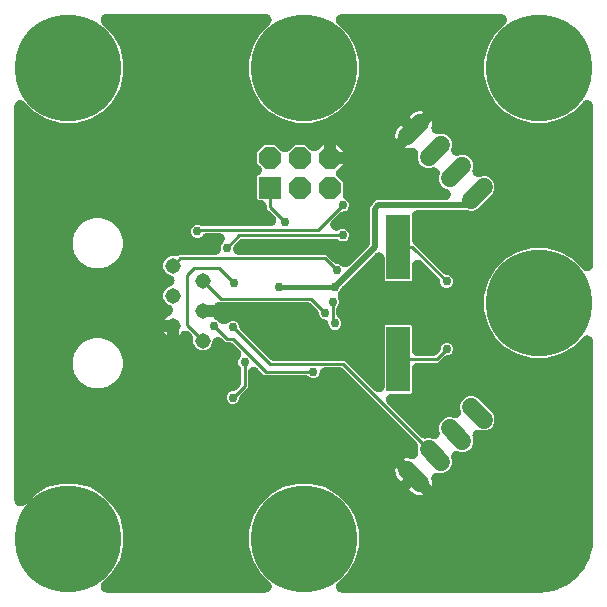
<source format=gbr>
G04 EAGLE Gerber RS-274X export*
G75*
%MOMM*%
%FSLAX34Y34*%
%LPD*%
%INBottom Copper*%
%IPPOS*%
%AMOC8*
5,1,8,0,0,1.08239X$1,22.5*%
G01*
%ADD10R,1.828800X1.828800*%
%ADD11P,1.979475X8X22.500000*%
%ADD12C,9.000000*%
%ADD13C,1.308000*%
%ADD14C,1.524000*%
%ADD15R,2.000000X5.500000*%
%ADD16C,0.756400*%
%ADD17C,0.254000*%
%ADD18C,0.406400*%
%ADD19C,0.508000*%

G36*
X-31946Y-244903D02*
X-31946Y-244903D01*
X-31696Y-244894D01*
X-31630Y-244883D01*
X-31565Y-244879D01*
X-31319Y-244832D01*
X-31072Y-244791D01*
X-31009Y-244772D01*
X-30944Y-244760D01*
X-30706Y-244682D01*
X-30466Y-244610D01*
X-30406Y-244584D01*
X-30344Y-244563D01*
X-30117Y-244456D01*
X-29888Y-244355D01*
X-29832Y-244321D01*
X-29772Y-244293D01*
X-29561Y-244157D01*
X-29347Y-244028D01*
X-29296Y-243987D01*
X-29240Y-243952D01*
X-29048Y-243791D01*
X-28851Y-243636D01*
X-28805Y-243589D01*
X-28755Y-243547D01*
X-28584Y-243363D01*
X-28409Y-243184D01*
X-28370Y-243132D01*
X-28325Y-243083D01*
X-28179Y-242880D01*
X-28028Y-242680D01*
X-27995Y-242623D01*
X-27957Y-242570D01*
X-27838Y-242350D01*
X-27713Y-242132D01*
X-27687Y-242071D01*
X-27656Y-242014D01*
X-27566Y-241780D01*
X-27469Y-241549D01*
X-27452Y-241485D01*
X-27428Y-241424D01*
X-27368Y-241181D01*
X-27302Y-240939D01*
X-27292Y-240874D01*
X-27277Y-240810D01*
X-27248Y-240562D01*
X-27212Y-240314D01*
X-27211Y-240248D01*
X-27204Y-240183D01*
X-27206Y-239933D01*
X-27202Y-239682D01*
X-27210Y-239616D01*
X-27210Y-239550D01*
X-27245Y-239303D01*
X-27272Y-239053D01*
X-27288Y-238989D01*
X-27297Y-238924D01*
X-27362Y-238683D01*
X-27421Y-238439D01*
X-27445Y-238377D01*
X-27462Y-238314D01*
X-27557Y-238083D01*
X-27646Y-237848D01*
X-27677Y-237790D01*
X-27702Y-237730D01*
X-27826Y-237511D01*
X-27944Y-237291D01*
X-27982Y-237237D01*
X-28014Y-237180D01*
X-28165Y-236980D01*
X-28310Y-236775D01*
X-28359Y-236720D01*
X-28394Y-236674D01*
X-28491Y-236574D01*
X-28661Y-236385D01*
X-37229Y-227817D01*
X-43354Y-217208D01*
X-46525Y-205375D01*
X-46525Y-193125D01*
X-43354Y-181292D01*
X-37229Y-170683D01*
X-28567Y-162021D01*
X-17958Y-155896D01*
X-6125Y-152725D01*
X6125Y-152725D01*
X17958Y-155896D01*
X28567Y-162021D01*
X37229Y-170683D01*
X43354Y-181292D01*
X46525Y-193125D01*
X46525Y-205375D01*
X43354Y-217208D01*
X37229Y-227817D01*
X28661Y-236385D01*
X28495Y-236573D01*
X28325Y-236757D01*
X28287Y-236810D01*
X28243Y-236859D01*
X28102Y-237067D01*
X27957Y-237270D01*
X27925Y-237328D01*
X27888Y-237383D01*
X27775Y-237606D01*
X27656Y-237826D01*
X27632Y-237888D01*
X27603Y-237946D01*
X27519Y-238182D01*
X27428Y-238416D01*
X27412Y-238480D01*
X27390Y-238542D01*
X27337Y-238786D01*
X27277Y-239030D01*
X27269Y-239095D01*
X27255Y-239159D01*
X27232Y-239409D01*
X27204Y-239657D01*
X27204Y-239723D01*
X27198Y-239789D01*
X27208Y-240040D01*
X27210Y-240290D01*
X27219Y-240354D01*
X27222Y-240420D01*
X27263Y-240668D01*
X27297Y-240916D01*
X27314Y-240979D01*
X27325Y-241044D01*
X27396Y-241284D01*
X27462Y-241526D01*
X27487Y-241587D01*
X27505Y-241650D01*
X27607Y-241879D01*
X27702Y-242110D01*
X27735Y-242168D01*
X27761Y-242228D01*
X27891Y-242442D01*
X28014Y-242660D01*
X28054Y-242713D01*
X28088Y-242769D01*
X28243Y-242965D01*
X28394Y-243166D01*
X28439Y-243213D01*
X28480Y-243265D01*
X28659Y-243440D01*
X28834Y-243620D01*
X28885Y-243661D01*
X28932Y-243707D01*
X29131Y-243857D01*
X29327Y-244014D01*
X29384Y-244049D01*
X29436Y-244088D01*
X29652Y-244213D01*
X29867Y-244344D01*
X29927Y-244371D01*
X29984Y-244403D01*
X30215Y-244499D01*
X30444Y-244602D01*
X30506Y-244621D01*
X30567Y-244647D01*
X30809Y-244713D01*
X31048Y-244786D01*
X31113Y-244797D01*
X31177Y-244814D01*
X31425Y-244850D01*
X31672Y-244892D01*
X31745Y-244896D01*
X31802Y-244904D01*
X31942Y-244906D01*
X32196Y-244919D01*
X200000Y-244919D01*
X200115Y-244912D01*
X200280Y-244911D01*
X204750Y-244660D01*
X204907Y-244642D01*
X205065Y-244633D01*
X205252Y-244600D01*
X205378Y-244585D01*
X205464Y-244563D01*
X205582Y-244543D01*
X214297Y-242554D01*
X214583Y-242469D01*
X214869Y-242387D01*
X214888Y-242379D01*
X214903Y-242374D01*
X214993Y-242335D01*
X215354Y-242184D01*
X223408Y-238305D01*
X223668Y-238159D01*
X223929Y-238015D01*
X223945Y-238004D01*
X223959Y-237996D01*
X224038Y-237937D01*
X224356Y-237710D01*
X231345Y-232136D01*
X231566Y-231936D01*
X231788Y-231737D01*
X231801Y-231723D01*
X231813Y-231712D01*
X231877Y-231637D01*
X232136Y-231345D01*
X237710Y-224356D01*
X237879Y-224113D01*
X238053Y-223868D01*
X238063Y-223851D01*
X238072Y-223838D01*
X238117Y-223751D01*
X238305Y-223408D01*
X242184Y-215354D01*
X242297Y-215076D01*
X242410Y-214802D01*
X242416Y-214783D01*
X242422Y-214768D01*
X242447Y-214672D01*
X242554Y-214297D01*
X244543Y-205582D01*
X244568Y-205426D01*
X244603Y-205272D01*
X244624Y-205082D01*
X244644Y-204958D01*
X244647Y-204869D01*
X244660Y-204750D01*
X244911Y-200280D01*
X244911Y-200202D01*
X244912Y-200189D01*
X244912Y-200141D01*
X244919Y-200000D01*
X244919Y-32196D01*
X244903Y-31946D01*
X244894Y-31696D01*
X244883Y-31630D01*
X244879Y-31565D01*
X244832Y-31319D01*
X244791Y-31072D01*
X244772Y-31009D01*
X244760Y-30944D01*
X244682Y-30706D01*
X244610Y-30466D01*
X244584Y-30406D01*
X244563Y-30344D01*
X244456Y-30117D01*
X244355Y-29888D01*
X244321Y-29832D01*
X244293Y-29772D01*
X244157Y-29561D01*
X244028Y-29347D01*
X243987Y-29296D01*
X243952Y-29240D01*
X243791Y-29048D01*
X243636Y-28851D01*
X243589Y-28805D01*
X243547Y-28755D01*
X243363Y-28584D01*
X243184Y-28409D01*
X243132Y-28370D01*
X243083Y-28325D01*
X242880Y-28179D01*
X242680Y-28028D01*
X242623Y-27995D01*
X242570Y-27957D01*
X242350Y-27838D01*
X242132Y-27713D01*
X242071Y-27687D01*
X242014Y-27656D01*
X241780Y-27566D01*
X241549Y-27469D01*
X241485Y-27452D01*
X241424Y-27428D01*
X241181Y-27368D01*
X240939Y-27302D01*
X240874Y-27292D01*
X240810Y-27277D01*
X240562Y-27248D01*
X240314Y-27212D01*
X240248Y-27211D01*
X240183Y-27204D01*
X239933Y-27206D01*
X239682Y-27202D01*
X239616Y-27210D01*
X239550Y-27210D01*
X239303Y-27245D01*
X239053Y-27272D01*
X238989Y-27288D01*
X238924Y-27297D01*
X238683Y-27362D01*
X238439Y-27421D01*
X238377Y-27445D01*
X238314Y-27462D01*
X238083Y-27557D01*
X237848Y-27646D01*
X237790Y-27677D01*
X237730Y-27702D01*
X237511Y-27826D01*
X237291Y-27944D01*
X237237Y-27982D01*
X237180Y-28014D01*
X236980Y-28165D01*
X236775Y-28310D01*
X236720Y-28359D01*
X236674Y-28394D01*
X236574Y-28491D01*
X236385Y-28661D01*
X227817Y-37229D01*
X217208Y-43354D01*
X205375Y-46525D01*
X193125Y-46525D01*
X181292Y-43354D01*
X170683Y-37229D01*
X162021Y-28567D01*
X155896Y-17958D01*
X152725Y-6125D01*
X152725Y6125D01*
X155896Y17958D01*
X162021Y28567D01*
X170683Y37229D01*
X181292Y43354D01*
X193125Y46525D01*
X205375Y46525D01*
X217208Y43354D01*
X227817Y37229D01*
X236385Y28661D01*
X236573Y28495D01*
X236757Y28325D01*
X236810Y28287D01*
X236859Y28243D01*
X237067Y28102D01*
X237270Y27957D01*
X237328Y27925D01*
X237383Y27888D01*
X237606Y27775D01*
X237826Y27656D01*
X237888Y27632D01*
X237946Y27603D01*
X238182Y27519D01*
X238416Y27428D01*
X238480Y27412D01*
X238542Y27390D01*
X238786Y27337D01*
X239030Y27277D01*
X239095Y27269D01*
X239159Y27255D01*
X239409Y27232D01*
X239657Y27204D01*
X239723Y27204D01*
X239789Y27198D01*
X240040Y27208D01*
X240290Y27210D01*
X240354Y27219D01*
X240420Y27222D01*
X240668Y27263D01*
X240916Y27297D01*
X240979Y27314D01*
X241044Y27325D01*
X241284Y27396D01*
X241526Y27462D01*
X241587Y27487D01*
X241650Y27505D01*
X241879Y27607D01*
X242110Y27702D01*
X242168Y27735D01*
X242228Y27761D01*
X242442Y27891D01*
X242660Y28014D01*
X242713Y28054D01*
X242769Y28088D01*
X242965Y28243D01*
X243166Y28394D01*
X243213Y28439D01*
X243265Y28480D01*
X243440Y28659D01*
X243620Y28834D01*
X243661Y28885D01*
X243707Y28932D01*
X243857Y29131D01*
X244014Y29327D01*
X244049Y29384D01*
X244088Y29436D01*
X244213Y29652D01*
X244344Y29867D01*
X244371Y29927D01*
X244403Y29984D01*
X244499Y30215D01*
X244602Y30444D01*
X244621Y30506D01*
X244647Y30567D01*
X244713Y30809D01*
X244786Y31048D01*
X244797Y31113D01*
X244814Y31177D01*
X244850Y31425D01*
X244892Y31672D01*
X244896Y31745D01*
X244904Y31802D01*
X244906Y31942D01*
X244919Y32196D01*
X244919Y167054D01*
X244903Y167304D01*
X244894Y167554D01*
X244883Y167620D01*
X244879Y167685D01*
X244832Y167931D01*
X244791Y168178D01*
X244772Y168241D01*
X244760Y168306D01*
X244682Y168544D01*
X244610Y168784D01*
X244584Y168844D01*
X244563Y168906D01*
X244456Y169133D01*
X244355Y169362D01*
X244321Y169418D01*
X244293Y169478D01*
X244157Y169689D01*
X244028Y169903D01*
X243987Y169954D01*
X243952Y170010D01*
X243791Y170202D01*
X243636Y170399D01*
X243589Y170445D01*
X243547Y170495D01*
X243363Y170666D01*
X243184Y170841D01*
X243132Y170880D01*
X243083Y170925D01*
X242880Y171071D01*
X242680Y171222D01*
X242623Y171255D01*
X242570Y171293D01*
X242350Y171412D01*
X242132Y171537D01*
X242071Y171563D01*
X242014Y171594D01*
X241780Y171684D01*
X241549Y171781D01*
X241485Y171798D01*
X241424Y171822D01*
X241181Y171882D01*
X240939Y171948D01*
X240874Y171958D01*
X240810Y171973D01*
X240562Y172002D01*
X240314Y172038D01*
X240248Y172039D01*
X240183Y172046D01*
X239933Y172044D01*
X239682Y172048D01*
X239616Y172040D01*
X239550Y172040D01*
X239303Y172005D01*
X239053Y171978D01*
X238989Y171962D01*
X238924Y171953D01*
X238683Y171888D01*
X238439Y171829D01*
X238377Y171805D01*
X238314Y171788D01*
X238083Y171693D01*
X237848Y171604D01*
X237790Y171573D01*
X237730Y171548D01*
X237511Y171424D01*
X237291Y171306D01*
X237237Y171268D01*
X237180Y171236D01*
X236980Y171085D01*
X236775Y170940D01*
X236720Y170891D01*
X236674Y170856D01*
X236574Y170759D01*
X236385Y170589D01*
X227817Y162021D01*
X217208Y155896D01*
X205375Y152725D01*
X193125Y152725D01*
X181292Y155896D01*
X170683Y162021D01*
X162021Y170683D01*
X155896Y181292D01*
X152725Y193125D01*
X152725Y205375D01*
X155896Y217208D01*
X162021Y227817D01*
X170589Y236385D01*
X170755Y236573D01*
X170925Y236757D01*
X170963Y236810D01*
X171007Y236859D01*
X171148Y237067D01*
X171293Y237270D01*
X171325Y237328D01*
X171362Y237383D01*
X171475Y237606D01*
X171594Y237826D01*
X171618Y237888D01*
X171647Y237946D01*
X171731Y238182D01*
X171822Y238416D01*
X171838Y238480D01*
X171860Y238542D01*
X171913Y238786D01*
X171973Y239030D01*
X171981Y239095D01*
X171995Y239159D01*
X172018Y239409D01*
X172046Y239657D01*
X172046Y239723D01*
X172052Y239789D01*
X172042Y240040D01*
X172040Y240290D01*
X172031Y240354D01*
X172028Y240420D01*
X171987Y240668D01*
X171953Y240916D01*
X171936Y240979D01*
X171925Y241044D01*
X171854Y241284D01*
X171788Y241526D01*
X171763Y241587D01*
X171745Y241650D01*
X171643Y241879D01*
X171548Y242110D01*
X171515Y242168D01*
X171489Y242228D01*
X171359Y242442D01*
X171236Y242660D01*
X171196Y242713D01*
X171162Y242769D01*
X171007Y242965D01*
X170856Y243166D01*
X170811Y243213D01*
X170770Y243265D01*
X170591Y243440D01*
X170416Y243620D01*
X170365Y243661D01*
X170318Y243707D01*
X170119Y243857D01*
X169923Y244014D01*
X169866Y244049D01*
X169814Y244088D01*
X169598Y244213D01*
X169383Y244344D01*
X169323Y244371D01*
X169266Y244403D01*
X169035Y244499D01*
X168806Y244602D01*
X168744Y244621D01*
X168683Y244647D01*
X168441Y244713D01*
X168202Y244786D01*
X168137Y244797D01*
X168073Y244814D01*
X167825Y244850D01*
X167578Y244892D01*
X167505Y244896D01*
X167448Y244904D01*
X167308Y244906D01*
X167054Y244919D01*
X32196Y244919D01*
X31946Y244903D01*
X31696Y244894D01*
X31630Y244883D01*
X31565Y244879D01*
X31319Y244832D01*
X31072Y244791D01*
X31009Y244772D01*
X30944Y244760D01*
X30706Y244682D01*
X30466Y244610D01*
X30406Y244584D01*
X30344Y244563D01*
X30117Y244456D01*
X29888Y244355D01*
X29832Y244321D01*
X29772Y244293D01*
X29561Y244157D01*
X29347Y244028D01*
X29296Y243987D01*
X29240Y243952D01*
X29048Y243791D01*
X28851Y243636D01*
X28805Y243589D01*
X28755Y243547D01*
X28584Y243363D01*
X28409Y243184D01*
X28370Y243132D01*
X28325Y243083D01*
X28179Y242880D01*
X28028Y242680D01*
X27995Y242623D01*
X27957Y242570D01*
X27838Y242350D01*
X27713Y242132D01*
X27687Y242071D01*
X27656Y242014D01*
X27566Y241780D01*
X27469Y241549D01*
X27452Y241485D01*
X27428Y241424D01*
X27368Y241181D01*
X27302Y240939D01*
X27292Y240874D01*
X27277Y240810D01*
X27248Y240562D01*
X27212Y240314D01*
X27211Y240248D01*
X27204Y240183D01*
X27206Y239933D01*
X27202Y239682D01*
X27210Y239616D01*
X27210Y239550D01*
X27245Y239303D01*
X27272Y239053D01*
X27288Y238989D01*
X27297Y238924D01*
X27362Y238683D01*
X27421Y238439D01*
X27445Y238377D01*
X27462Y238314D01*
X27557Y238083D01*
X27646Y237848D01*
X27677Y237790D01*
X27702Y237730D01*
X27826Y237511D01*
X27944Y237291D01*
X27982Y237237D01*
X28014Y237180D01*
X28165Y236980D01*
X28310Y236775D01*
X28359Y236720D01*
X28394Y236674D01*
X28491Y236574D01*
X28661Y236385D01*
X37229Y227817D01*
X43354Y217208D01*
X46525Y205375D01*
X46525Y193125D01*
X43354Y181292D01*
X37229Y170683D01*
X28567Y162021D01*
X17958Y155896D01*
X6125Y152725D01*
X-6125Y152725D01*
X-17958Y155896D01*
X-28567Y162021D01*
X-37229Y170683D01*
X-43354Y181292D01*
X-46525Y193125D01*
X-46525Y205375D01*
X-43354Y217208D01*
X-37229Y227817D01*
X-28661Y236385D01*
X-28495Y236573D01*
X-28325Y236757D01*
X-28287Y236810D01*
X-28243Y236859D01*
X-28102Y237067D01*
X-27957Y237270D01*
X-27925Y237328D01*
X-27888Y237383D01*
X-27775Y237606D01*
X-27656Y237826D01*
X-27632Y237888D01*
X-27603Y237946D01*
X-27519Y238182D01*
X-27428Y238416D01*
X-27412Y238480D01*
X-27390Y238542D01*
X-27337Y238786D01*
X-27277Y239030D01*
X-27269Y239095D01*
X-27255Y239159D01*
X-27232Y239409D01*
X-27204Y239657D01*
X-27204Y239723D01*
X-27198Y239789D01*
X-27208Y240040D01*
X-27210Y240290D01*
X-27219Y240354D01*
X-27222Y240420D01*
X-27263Y240668D01*
X-27297Y240916D01*
X-27314Y240979D01*
X-27325Y241044D01*
X-27396Y241284D01*
X-27462Y241526D01*
X-27487Y241587D01*
X-27505Y241650D01*
X-27607Y241879D01*
X-27702Y242110D01*
X-27735Y242168D01*
X-27761Y242228D01*
X-27891Y242442D01*
X-28014Y242660D01*
X-28054Y242713D01*
X-28088Y242769D01*
X-28243Y242965D01*
X-28394Y243166D01*
X-28439Y243213D01*
X-28480Y243265D01*
X-28659Y243440D01*
X-28834Y243620D01*
X-28885Y243661D01*
X-28932Y243707D01*
X-29131Y243857D01*
X-29327Y244014D01*
X-29384Y244049D01*
X-29436Y244088D01*
X-29652Y244213D01*
X-29867Y244344D01*
X-29927Y244371D01*
X-29984Y244403D01*
X-30215Y244499D01*
X-30444Y244602D01*
X-30506Y244621D01*
X-30567Y244647D01*
X-30809Y244713D01*
X-31048Y244786D01*
X-31113Y244797D01*
X-31177Y244814D01*
X-31425Y244850D01*
X-31672Y244892D01*
X-31745Y244896D01*
X-31802Y244904D01*
X-31942Y244906D01*
X-32196Y244919D01*
X-167054Y244919D01*
X-167304Y244903D01*
X-167554Y244894D01*
X-167620Y244883D01*
X-167685Y244879D01*
X-167931Y244832D01*
X-168178Y244791D01*
X-168241Y244772D01*
X-168306Y244760D01*
X-168544Y244682D01*
X-168784Y244610D01*
X-168844Y244584D01*
X-168906Y244563D01*
X-169133Y244456D01*
X-169362Y244355D01*
X-169418Y244321D01*
X-169478Y244293D01*
X-169689Y244157D01*
X-169903Y244028D01*
X-169954Y243987D01*
X-170010Y243952D01*
X-170202Y243791D01*
X-170399Y243636D01*
X-170445Y243589D01*
X-170495Y243547D01*
X-170666Y243363D01*
X-170841Y243184D01*
X-170880Y243132D01*
X-170925Y243083D01*
X-171071Y242880D01*
X-171222Y242680D01*
X-171255Y242623D01*
X-171293Y242570D01*
X-171412Y242350D01*
X-171537Y242132D01*
X-171563Y242071D01*
X-171594Y242014D01*
X-171684Y241780D01*
X-171781Y241549D01*
X-171798Y241485D01*
X-171822Y241424D01*
X-171882Y241181D01*
X-171948Y240939D01*
X-171958Y240874D01*
X-171973Y240810D01*
X-172002Y240562D01*
X-172038Y240314D01*
X-172039Y240248D01*
X-172046Y240183D01*
X-172044Y239933D01*
X-172048Y239682D01*
X-172040Y239616D01*
X-172040Y239550D01*
X-172005Y239303D01*
X-171978Y239053D01*
X-171962Y238989D01*
X-171953Y238924D01*
X-171888Y238683D01*
X-171829Y238439D01*
X-171805Y238377D01*
X-171788Y238314D01*
X-171693Y238083D01*
X-171604Y237848D01*
X-171573Y237790D01*
X-171548Y237730D01*
X-171424Y237511D01*
X-171306Y237291D01*
X-171268Y237237D01*
X-171236Y237180D01*
X-171085Y236980D01*
X-170940Y236775D01*
X-170891Y236720D01*
X-170856Y236674D01*
X-170759Y236574D01*
X-170589Y236385D01*
X-162021Y227817D01*
X-155896Y217208D01*
X-152725Y205375D01*
X-152725Y193125D01*
X-155896Y181292D01*
X-162021Y170683D01*
X-170683Y162021D01*
X-181292Y155896D01*
X-193125Y152725D01*
X-205375Y152725D01*
X-217208Y155896D01*
X-227817Y162021D01*
X-236385Y170589D01*
X-236573Y170755D01*
X-236757Y170925D01*
X-236810Y170963D01*
X-236859Y171007D01*
X-237067Y171148D01*
X-237270Y171293D01*
X-237328Y171325D01*
X-237383Y171362D01*
X-237606Y171475D01*
X-237826Y171594D01*
X-237888Y171618D01*
X-237946Y171647D01*
X-238182Y171731D01*
X-238416Y171822D01*
X-238480Y171838D01*
X-238542Y171860D01*
X-238786Y171913D01*
X-239030Y171973D01*
X-239095Y171981D01*
X-239159Y171995D01*
X-239409Y172018D01*
X-239657Y172046D01*
X-239723Y172046D01*
X-239789Y172052D01*
X-240040Y172042D01*
X-240290Y172040D01*
X-240354Y172031D01*
X-240420Y172028D01*
X-240668Y171987D01*
X-240916Y171953D01*
X-240979Y171936D01*
X-241044Y171925D01*
X-241284Y171854D01*
X-241526Y171788D01*
X-241587Y171763D01*
X-241650Y171745D01*
X-241879Y171643D01*
X-242110Y171548D01*
X-242168Y171515D01*
X-242228Y171489D01*
X-242442Y171359D01*
X-242660Y171236D01*
X-242713Y171196D01*
X-242769Y171162D01*
X-242965Y171007D01*
X-243166Y170856D01*
X-243213Y170811D01*
X-243265Y170770D01*
X-243440Y170591D01*
X-243620Y170416D01*
X-243661Y170365D01*
X-243707Y170318D01*
X-243857Y170119D01*
X-244014Y169923D01*
X-244049Y169866D01*
X-244088Y169814D01*
X-244213Y169598D01*
X-244344Y169383D01*
X-244371Y169323D01*
X-244403Y169266D01*
X-244499Y169035D01*
X-244602Y168806D01*
X-244621Y168744D01*
X-244647Y168683D01*
X-244713Y168441D01*
X-244786Y168202D01*
X-244797Y168137D01*
X-244814Y168073D01*
X-244850Y167825D01*
X-244892Y167578D01*
X-244896Y167505D01*
X-244904Y167448D01*
X-244906Y167308D01*
X-244919Y167054D01*
X-244919Y-167054D01*
X-244903Y-167304D01*
X-244894Y-167554D01*
X-244883Y-167620D01*
X-244879Y-167685D01*
X-244832Y-167931D01*
X-244791Y-168178D01*
X-244772Y-168241D01*
X-244760Y-168306D01*
X-244682Y-168544D01*
X-244610Y-168784D01*
X-244584Y-168844D01*
X-244563Y-168906D01*
X-244456Y-169133D01*
X-244355Y-169362D01*
X-244321Y-169418D01*
X-244293Y-169478D01*
X-244157Y-169689D01*
X-244028Y-169903D01*
X-243987Y-169954D01*
X-243952Y-170010D01*
X-243791Y-170202D01*
X-243636Y-170399D01*
X-243589Y-170445D01*
X-243547Y-170495D01*
X-243363Y-170666D01*
X-243184Y-170841D01*
X-243132Y-170880D01*
X-243083Y-170925D01*
X-242880Y-171071D01*
X-242680Y-171222D01*
X-242623Y-171255D01*
X-242570Y-171293D01*
X-242350Y-171412D01*
X-242132Y-171537D01*
X-242071Y-171563D01*
X-242014Y-171594D01*
X-241780Y-171684D01*
X-241549Y-171781D01*
X-241485Y-171798D01*
X-241424Y-171822D01*
X-241181Y-171882D01*
X-240939Y-171948D01*
X-240874Y-171958D01*
X-240810Y-171973D01*
X-240562Y-172002D01*
X-240314Y-172038D01*
X-240248Y-172039D01*
X-240183Y-172046D01*
X-239933Y-172044D01*
X-239682Y-172048D01*
X-239616Y-172040D01*
X-239550Y-172040D01*
X-239303Y-172005D01*
X-239053Y-171978D01*
X-238989Y-171962D01*
X-238924Y-171953D01*
X-238683Y-171888D01*
X-238439Y-171829D01*
X-238377Y-171805D01*
X-238314Y-171788D01*
X-238083Y-171693D01*
X-237848Y-171604D01*
X-237790Y-171573D01*
X-237730Y-171548D01*
X-237511Y-171424D01*
X-237291Y-171306D01*
X-237237Y-171268D01*
X-237180Y-171236D01*
X-236980Y-171085D01*
X-236775Y-170940D01*
X-236720Y-170891D01*
X-236674Y-170856D01*
X-236574Y-170759D01*
X-236385Y-170589D01*
X-227817Y-162021D01*
X-217208Y-155896D01*
X-205375Y-152725D01*
X-193125Y-152725D01*
X-181292Y-155896D01*
X-170683Y-162021D01*
X-162021Y-170683D01*
X-155896Y-181292D01*
X-152725Y-193125D01*
X-152725Y-205375D01*
X-155896Y-217208D01*
X-162021Y-227817D01*
X-170589Y-236385D01*
X-170755Y-236573D01*
X-170925Y-236757D01*
X-170963Y-236810D01*
X-171007Y-236859D01*
X-171148Y-237067D01*
X-171293Y-237270D01*
X-171325Y-237328D01*
X-171362Y-237383D01*
X-171475Y-237606D01*
X-171594Y-237826D01*
X-171618Y-237888D01*
X-171647Y-237946D01*
X-171731Y-238182D01*
X-171822Y-238416D01*
X-171838Y-238480D01*
X-171860Y-238542D01*
X-171913Y-238786D01*
X-171973Y-239030D01*
X-171981Y-239095D01*
X-171995Y-239159D01*
X-172018Y-239409D01*
X-172046Y-239657D01*
X-172046Y-239723D01*
X-172052Y-239789D01*
X-172042Y-240040D01*
X-172040Y-240290D01*
X-172031Y-240354D01*
X-172028Y-240420D01*
X-171987Y-240668D01*
X-171953Y-240916D01*
X-171936Y-240979D01*
X-171925Y-241044D01*
X-171854Y-241284D01*
X-171788Y-241526D01*
X-171763Y-241587D01*
X-171745Y-241650D01*
X-171643Y-241879D01*
X-171548Y-242110D01*
X-171515Y-242168D01*
X-171489Y-242228D01*
X-171359Y-242442D01*
X-171236Y-242660D01*
X-171196Y-242713D01*
X-171162Y-242769D01*
X-171007Y-242965D01*
X-170856Y-243166D01*
X-170811Y-243213D01*
X-170770Y-243265D01*
X-170591Y-243440D01*
X-170416Y-243620D01*
X-170365Y-243661D01*
X-170318Y-243707D01*
X-170119Y-243857D01*
X-169923Y-244014D01*
X-169866Y-244049D01*
X-169814Y-244088D01*
X-169598Y-244213D01*
X-169383Y-244344D01*
X-169323Y-244371D01*
X-169266Y-244403D01*
X-169035Y-244499D01*
X-168806Y-244602D01*
X-168744Y-244621D01*
X-168683Y-244647D01*
X-168441Y-244713D01*
X-168202Y-244786D01*
X-168137Y-244797D01*
X-168073Y-244814D01*
X-167825Y-244850D01*
X-167578Y-244892D01*
X-167505Y-244896D01*
X-167448Y-244904D01*
X-167308Y-244906D01*
X-167054Y-244919D01*
X-32196Y-244919D01*
X-31946Y-244903D01*
G37*
%LPC*%
G36*
X96595Y-143406D02*
X96595Y-143406D01*
X96594Y-143406D01*
X96594Y-143405D01*
X84944Y-131755D01*
X85292Y-131642D01*
X86871Y-131392D01*
X88471Y-131392D01*
X90050Y-131642D01*
X90156Y-131677D01*
X90209Y-131690D01*
X90260Y-131709D01*
X90516Y-131769D01*
X90769Y-131834D01*
X90823Y-131840D01*
X90876Y-131853D01*
X91137Y-131880D01*
X91396Y-131912D01*
X91451Y-131912D01*
X91505Y-131917D01*
X91766Y-131911D01*
X92028Y-131911D01*
X92082Y-131904D01*
X92137Y-131902D01*
X92395Y-131863D01*
X92655Y-131830D01*
X92708Y-131816D01*
X92762Y-131808D01*
X93013Y-131736D01*
X93267Y-131670D01*
X93317Y-131650D01*
X93370Y-131635D01*
X93610Y-131532D01*
X93853Y-131435D01*
X93901Y-131408D01*
X93951Y-131387D01*
X94177Y-131255D01*
X94405Y-131127D01*
X94449Y-131095D01*
X94496Y-131067D01*
X94703Y-130908D01*
X94914Y-130752D01*
X94954Y-130715D01*
X94997Y-130681D01*
X95183Y-130496D01*
X95372Y-130316D01*
X95406Y-130274D01*
X95445Y-130235D01*
X95606Y-130029D01*
X95771Y-129826D01*
X95800Y-129780D01*
X95833Y-129737D01*
X95966Y-129512D01*
X96105Y-129289D01*
X96128Y-129240D01*
X96155Y-129193D01*
X96259Y-128953D01*
X96368Y-128715D01*
X96385Y-128663D01*
X96406Y-128613D01*
X96479Y-128361D01*
X96557Y-128112D01*
X96567Y-128058D01*
X96582Y-128005D01*
X96623Y-127747D01*
X96669Y-127489D01*
X96671Y-127435D01*
X96680Y-127381D01*
X96687Y-127119D01*
X96700Y-126858D01*
X96696Y-126804D01*
X96698Y-126749D01*
X96672Y-126489D01*
X96652Y-126228D01*
X96641Y-126174D01*
X96636Y-126120D01*
X96578Y-125865D01*
X96525Y-125609D01*
X96508Y-125557D01*
X96495Y-125504D01*
X96487Y-125480D01*
X96487Y-121477D01*
X96495Y-121417D01*
X96528Y-121257D01*
X96540Y-121105D01*
X96562Y-120954D01*
X96564Y-120790D01*
X96577Y-120627D01*
X96569Y-120475D01*
X96571Y-120322D01*
X96553Y-120159D01*
X96545Y-119995D01*
X96518Y-119846D01*
X96501Y-119694D01*
X96463Y-119534D01*
X96434Y-119373D01*
X96389Y-119228D01*
X96353Y-119080D01*
X96294Y-118926D01*
X96245Y-118770D01*
X96182Y-118631D01*
X96128Y-118489D01*
X96050Y-118345D01*
X95982Y-118195D01*
X95901Y-118066D01*
X95830Y-117932D01*
X95735Y-117798D01*
X95648Y-117658D01*
X95552Y-117540D01*
X95464Y-117416D01*
X95331Y-117268D01*
X95250Y-117168D01*
X95188Y-117109D01*
X95113Y-117026D01*
X33770Y-55683D01*
X33681Y-55604D01*
X33597Y-55518D01*
X33444Y-55395D01*
X33296Y-55265D01*
X33197Y-55198D01*
X33104Y-55124D01*
X32936Y-55021D01*
X32773Y-54911D01*
X32666Y-54857D01*
X32564Y-54794D01*
X32384Y-54714D01*
X32209Y-54625D01*
X32096Y-54585D01*
X31987Y-54536D01*
X31799Y-54479D01*
X31613Y-54412D01*
X31497Y-54387D01*
X31383Y-54352D01*
X31188Y-54319D01*
X30996Y-54277D01*
X30877Y-54266D01*
X30759Y-54246D01*
X30506Y-54233D01*
X30366Y-54220D01*
X30309Y-54223D01*
X30235Y-54219D01*
X18306Y-54219D01*
X18121Y-54230D01*
X17936Y-54232D01*
X17806Y-54250D01*
X17675Y-54259D01*
X17494Y-54294D01*
X17310Y-54319D01*
X17184Y-54353D01*
X17054Y-54378D01*
X16878Y-54436D01*
X16700Y-54484D01*
X16579Y-54534D01*
X16454Y-54575D01*
X16286Y-54654D01*
X16116Y-54724D01*
X16001Y-54789D01*
X15883Y-54845D01*
X15727Y-54945D01*
X15566Y-55036D01*
X15461Y-55115D01*
X15350Y-55186D01*
X15208Y-55305D01*
X15060Y-55416D01*
X14966Y-55507D01*
X14865Y-55591D01*
X14739Y-55727D01*
X14606Y-55856D01*
X14524Y-55958D01*
X14435Y-56055D01*
X14327Y-56205D01*
X14212Y-56349D01*
X14143Y-56462D01*
X14067Y-56568D01*
X13979Y-56731D01*
X13882Y-56889D01*
X13829Y-57009D01*
X13766Y-57124D01*
X13700Y-57297D01*
X13624Y-57466D01*
X13586Y-57591D01*
X13538Y-57714D01*
X13494Y-57894D01*
X13440Y-58071D01*
X13418Y-58200D01*
X13387Y-58328D01*
X13365Y-58511D01*
X13334Y-58694D01*
X13326Y-58847D01*
X13314Y-58955D01*
X13315Y-59037D01*
X12499Y-61006D01*
X11006Y-62499D01*
X9056Y-63307D01*
X6944Y-63307D01*
X4994Y-62499D01*
X4754Y-62259D01*
X4665Y-62180D01*
X4581Y-62094D01*
X4428Y-61971D01*
X4280Y-61841D01*
X4181Y-61774D01*
X4088Y-61700D01*
X3920Y-61597D01*
X3757Y-61487D01*
X3650Y-61433D01*
X3548Y-61370D01*
X3368Y-61290D01*
X3193Y-61201D01*
X3080Y-61161D01*
X2971Y-61112D01*
X2783Y-61055D01*
X2597Y-60988D01*
X2481Y-60963D01*
X2367Y-60928D01*
X2172Y-60895D01*
X1980Y-60853D01*
X1861Y-60842D01*
X1743Y-60822D01*
X1490Y-60809D01*
X1350Y-60796D01*
X1293Y-60799D01*
X1219Y-60795D01*
X-32556Y-60795D01*
X-33583Y-60369D01*
X-38671Y-55281D01*
X-38859Y-55116D01*
X-39043Y-54945D01*
X-39096Y-54907D01*
X-39145Y-54864D01*
X-39353Y-54723D01*
X-39556Y-54577D01*
X-39614Y-54546D01*
X-39669Y-54509D01*
X-39892Y-54396D01*
X-40112Y-54277D01*
X-40174Y-54253D01*
X-40232Y-54223D01*
X-40468Y-54139D01*
X-40702Y-54049D01*
X-40766Y-54033D01*
X-40828Y-54011D01*
X-41072Y-53957D01*
X-41316Y-53897D01*
X-41381Y-53889D01*
X-41445Y-53875D01*
X-41695Y-53853D01*
X-41943Y-53824D01*
X-42009Y-53825D01*
X-42075Y-53819D01*
X-42326Y-53828D01*
X-42576Y-53831D01*
X-42640Y-53840D01*
X-42706Y-53842D01*
X-42954Y-53883D01*
X-43202Y-53917D01*
X-43265Y-53934D01*
X-43330Y-53945D01*
X-43570Y-54017D01*
X-43812Y-54082D01*
X-43873Y-54107D01*
X-43936Y-54126D01*
X-44165Y-54227D01*
X-44396Y-54323D01*
X-44454Y-54355D01*
X-44514Y-54382D01*
X-44728Y-54511D01*
X-44946Y-54635D01*
X-44999Y-54674D01*
X-45055Y-54708D01*
X-45251Y-54864D01*
X-45452Y-55014D01*
X-45499Y-55060D01*
X-45551Y-55101D01*
X-45726Y-55279D01*
X-45906Y-55454D01*
X-45947Y-55505D01*
X-45993Y-55552D01*
X-46143Y-55751D01*
X-46300Y-55948D01*
X-46335Y-56004D01*
X-46374Y-56056D01*
X-46499Y-56273D01*
X-46630Y-56487D01*
X-46657Y-56547D01*
X-46689Y-56604D01*
X-46786Y-56835D01*
X-46888Y-57064D01*
X-46907Y-57127D01*
X-46933Y-57188D01*
X-46999Y-57429D01*
X-47072Y-57669D01*
X-47083Y-57734D01*
X-47100Y-57797D01*
X-47136Y-58045D01*
X-47178Y-58292D01*
X-47182Y-58366D01*
X-47190Y-58423D01*
X-47192Y-58562D01*
X-47205Y-58816D01*
X-47205Y-70556D01*
X-47631Y-71583D01*
X-53229Y-77181D01*
X-53308Y-77271D01*
X-53394Y-77354D01*
X-53517Y-77508D01*
X-53647Y-77656D01*
X-53714Y-77754D01*
X-53788Y-77848D01*
X-53891Y-78016D01*
X-54001Y-78179D01*
X-54055Y-78285D01*
X-54118Y-78387D01*
X-54198Y-78567D01*
X-54287Y-78743D01*
X-54327Y-78855D01*
X-54376Y-78964D01*
X-54433Y-79153D01*
X-54500Y-79338D01*
X-54525Y-79455D01*
X-54560Y-79569D01*
X-54593Y-79763D01*
X-54635Y-79956D01*
X-54646Y-80074D01*
X-54666Y-80192D01*
X-54679Y-80446D01*
X-54692Y-80585D01*
X-54689Y-80643D01*
X-54693Y-80716D01*
X-54693Y-81056D01*
X-55501Y-83006D01*
X-56994Y-84499D01*
X-58944Y-85307D01*
X-61056Y-85307D01*
X-63006Y-84499D01*
X-64499Y-83006D01*
X-65307Y-81056D01*
X-65307Y-78944D01*
X-64499Y-76994D01*
X-63006Y-75501D01*
X-61056Y-74693D01*
X-60716Y-74693D01*
X-60597Y-74686D01*
X-60478Y-74688D01*
X-60282Y-74666D01*
X-60086Y-74653D01*
X-59969Y-74631D01*
X-59850Y-74618D01*
X-59658Y-74571D01*
X-59465Y-74534D01*
X-59351Y-74497D01*
X-59235Y-74469D01*
X-59052Y-74399D01*
X-58864Y-74337D01*
X-58756Y-74286D01*
X-58645Y-74244D01*
X-58471Y-74151D01*
X-58293Y-74067D01*
X-58192Y-74002D01*
X-58087Y-73946D01*
X-57927Y-73832D01*
X-57761Y-73726D01*
X-57669Y-73649D01*
X-57572Y-73580D01*
X-57383Y-73410D01*
X-57275Y-73321D01*
X-57236Y-73278D01*
X-57181Y-73229D01*
X-54259Y-70307D01*
X-54180Y-70217D01*
X-54094Y-70134D01*
X-53971Y-69980D01*
X-53841Y-69832D01*
X-53774Y-69734D01*
X-53700Y-69640D01*
X-53597Y-69472D01*
X-53487Y-69309D01*
X-53433Y-69203D01*
X-53370Y-69101D01*
X-53290Y-68921D01*
X-53201Y-68745D01*
X-53161Y-68633D01*
X-53112Y-68524D01*
X-53055Y-68335D01*
X-52988Y-68150D01*
X-52963Y-68033D01*
X-52928Y-67919D01*
X-52895Y-67725D01*
X-52853Y-67532D01*
X-52842Y-67414D01*
X-52822Y-67296D01*
X-52809Y-67042D01*
X-52796Y-66903D01*
X-52799Y-66845D01*
X-52795Y-66772D01*
X-52795Y-56781D01*
X-52802Y-56662D01*
X-52800Y-56542D01*
X-52822Y-56346D01*
X-52835Y-56150D01*
X-52857Y-56033D01*
X-52870Y-55914D01*
X-52917Y-55723D01*
X-52954Y-55529D01*
X-52991Y-55416D01*
X-53019Y-55300D01*
X-53089Y-55116D01*
X-53151Y-54929D01*
X-53202Y-54821D01*
X-53244Y-54709D01*
X-53337Y-54536D01*
X-53421Y-54357D01*
X-53486Y-54257D01*
X-53542Y-54152D01*
X-53656Y-53991D01*
X-53762Y-53825D01*
X-53839Y-53733D01*
X-53908Y-53636D01*
X-54078Y-53447D01*
X-54167Y-53340D01*
X-54210Y-53301D01*
X-54259Y-53246D01*
X-54499Y-53006D01*
X-55307Y-51056D01*
X-55307Y-48944D01*
X-54499Y-46994D01*
X-54264Y-46759D01*
X-54141Y-46620D01*
X-54012Y-46488D01*
X-53933Y-46383D01*
X-53846Y-46285D01*
X-53742Y-46132D01*
X-53630Y-45984D01*
X-53565Y-45870D01*
X-53491Y-45761D01*
X-53408Y-45597D01*
X-53315Y-45436D01*
X-53265Y-45314D01*
X-53205Y-45197D01*
X-53143Y-45023D01*
X-53072Y-44852D01*
X-53037Y-44726D01*
X-52993Y-44602D01*
X-52954Y-44422D01*
X-52904Y-44243D01*
X-52886Y-44113D01*
X-52858Y-43985D01*
X-52841Y-43801D01*
X-52815Y-43617D01*
X-52813Y-43486D01*
X-52801Y-43355D01*
X-52808Y-43170D01*
X-52805Y-42985D01*
X-52820Y-42855D01*
X-52824Y-42723D01*
X-52855Y-42541D01*
X-52875Y-42357D01*
X-52906Y-42230D01*
X-52927Y-42100D01*
X-52980Y-41922D01*
X-53024Y-41743D01*
X-53071Y-41620D01*
X-53108Y-41494D01*
X-53183Y-41325D01*
X-53249Y-41152D01*
X-53311Y-41036D01*
X-53364Y-40916D01*
X-53460Y-40757D01*
X-53547Y-40595D01*
X-53623Y-40487D01*
X-53690Y-40375D01*
X-53805Y-40230D01*
X-53912Y-40079D01*
X-54015Y-39965D01*
X-54083Y-39879D01*
X-54161Y-39803D01*
X-54264Y-39689D01*
X-59693Y-34259D01*
X-59783Y-34180D01*
X-59866Y-34094D01*
X-60020Y-33971D01*
X-60168Y-33841D01*
X-60266Y-33774D01*
X-60360Y-33700D01*
X-60528Y-33597D01*
X-60691Y-33487D01*
X-60797Y-33433D01*
X-60899Y-33370D01*
X-61079Y-33290D01*
X-61255Y-33201D01*
X-61367Y-33161D01*
X-61476Y-33112D01*
X-61665Y-33055D01*
X-61850Y-32988D01*
X-61967Y-32963D01*
X-62081Y-32928D01*
X-62275Y-32895D01*
X-62468Y-32853D01*
X-62586Y-32842D01*
X-62704Y-32822D01*
X-62958Y-32809D01*
X-63097Y-32796D01*
X-63155Y-32799D01*
X-63228Y-32795D01*
X-65632Y-32795D01*
X-66659Y-32369D01*
X-68941Y-30087D01*
X-69129Y-29921D01*
X-69313Y-29751D01*
X-69366Y-29713D01*
X-69415Y-29670D01*
X-69623Y-29529D01*
X-69826Y-29383D01*
X-69884Y-29352D01*
X-69939Y-29315D01*
X-70162Y-29202D01*
X-70382Y-29083D01*
X-70444Y-29059D01*
X-70502Y-29029D01*
X-70738Y-28945D01*
X-70972Y-28855D01*
X-71036Y-28839D01*
X-71098Y-28817D01*
X-71342Y-28763D01*
X-71586Y-28703D01*
X-71651Y-28695D01*
X-71715Y-28681D01*
X-71965Y-28659D01*
X-72213Y-28630D01*
X-72279Y-28631D01*
X-72345Y-28625D01*
X-72596Y-28634D01*
X-72846Y-28637D01*
X-72911Y-28646D01*
X-72976Y-28648D01*
X-73224Y-28689D01*
X-73472Y-28723D01*
X-73535Y-28740D01*
X-73600Y-28751D01*
X-73840Y-28823D01*
X-74082Y-28888D01*
X-74143Y-28913D01*
X-74206Y-28932D01*
X-74435Y-29033D01*
X-74666Y-29129D01*
X-74724Y-29161D01*
X-74784Y-29188D01*
X-74998Y-29317D01*
X-75216Y-29441D01*
X-75269Y-29480D01*
X-75325Y-29514D01*
X-75521Y-29670D01*
X-75722Y-29820D01*
X-75769Y-29866D01*
X-75820Y-29907D01*
X-75996Y-30086D01*
X-76176Y-30260D01*
X-76217Y-30311D01*
X-76263Y-30358D01*
X-76414Y-30558D01*
X-76570Y-30754D01*
X-76605Y-30810D01*
X-76644Y-30862D01*
X-76769Y-31079D01*
X-76900Y-31293D01*
X-76927Y-31353D01*
X-76959Y-31410D01*
X-77056Y-31641D01*
X-77158Y-31870D01*
X-77177Y-31933D01*
X-77203Y-31994D01*
X-77269Y-32235D01*
X-77342Y-32475D01*
X-77353Y-32540D01*
X-77370Y-32603D01*
X-77406Y-32850D01*
X-77448Y-33098D01*
X-77452Y-33172D01*
X-77460Y-33229D01*
X-77461Y-33320D01*
X-78703Y-36318D01*
X-80972Y-38587D01*
X-83936Y-39815D01*
X-87144Y-39815D01*
X-90108Y-38587D01*
X-92377Y-36318D01*
X-93605Y-33354D01*
X-93605Y-29708D01*
X-93612Y-29589D01*
X-93610Y-29470D01*
X-93632Y-29274D01*
X-93645Y-29078D01*
X-93667Y-28960D01*
X-93680Y-28842D01*
X-93727Y-28650D01*
X-93764Y-28457D01*
X-93801Y-28343D01*
X-93829Y-28227D01*
X-93899Y-28044D01*
X-93961Y-27856D01*
X-94012Y-27748D01*
X-94054Y-27637D01*
X-94147Y-27463D01*
X-94231Y-27285D01*
X-94296Y-27184D01*
X-94352Y-27079D01*
X-94466Y-26919D01*
X-94572Y-26753D01*
X-94649Y-26661D01*
X-94718Y-26564D01*
X-94888Y-26375D01*
X-94977Y-26267D01*
X-95020Y-26228D01*
X-95069Y-26173D01*
X-96619Y-24623D01*
X-96815Y-24451D01*
X-97008Y-24273D01*
X-97052Y-24242D01*
X-97093Y-24206D01*
X-97310Y-24059D01*
X-97523Y-23907D01*
X-97571Y-23882D01*
X-97616Y-23851D01*
X-97850Y-23732D01*
X-98081Y-23609D01*
X-98132Y-23590D01*
X-98180Y-23565D01*
X-98427Y-23477D01*
X-98671Y-23384D01*
X-98724Y-23371D01*
X-98776Y-23353D01*
X-99031Y-23297D01*
X-99286Y-23235D01*
X-99340Y-23229D01*
X-99393Y-23217D01*
X-99653Y-23194D01*
X-99914Y-23165D01*
X-99968Y-23166D01*
X-100023Y-23161D01*
X-100285Y-23171D01*
X-100546Y-23175D01*
X-100600Y-23182D01*
X-100654Y-23184D01*
X-100913Y-23227D01*
X-101172Y-23264D01*
X-101224Y-23278D01*
X-101278Y-23287D01*
X-101528Y-23362D01*
X-101781Y-23431D01*
X-101831Y-23452D01*
X-101884Y-23468D01*
X-102123Y-23574D01*
X-102365Y-23675D01*
X-102412Y-23702D01*
X-102462Y-23724D01*
X-102686Y-23859D01*
X-102913Y-23989D01*
X-102956Y-24022D01*
X-103003Y-24050D01*
X-103208Y-24213D01*
X-103417Y-24371D01*
X-103456Y-24409D01*
X-103498Y-24443D01*
X-103681Y-24629D01*
X-103869Y-24813D01*
X-103902Y-24854D01*
X-105024Y-25976D01*
X-105941Y-26642D01*
X-105941Y-19050D01*
X-105952Y-18866D01*
X-105954Y-18681D01*
X-105972Y-18551D01*
X-105981Y-18420D01*
X-106015Y-18238D01*
X-106041Y-18055D01*
X-106075Y-17928D01*
X-106100Y-17799D01*
X-106157Y-17623D01*
X-106206Y-17444D01*
X-106255Y-17323D01*
X-106296Y-17198D01*
X-106376Y-17031D01*
X-106446Y-16860D01*
X-106511Y-16746D01*
X-106567Y-16627D01*
X-106667Y-16471D01*
X-106758Y-16310D01*
X-106837Y-16205D01*
X-106908Y-16095D01*
X-107027Y-15952D01*
X-107138Y-15805D01*
X-107229Y-15710D01*
X-107313Y-15609D01*
X-107314Y-15609D01*
X-107449Y-15483D01*
X-107577Y-15351D01*
X-107578Y-15350D01*
X-107681Y-15268D01*
X-107777Y-15179D01*
X-107927Y-15071D01*
X-108072Y-14956D01*
X-108184Y-14887D01*
X-108291Y-14811D01*
X-108453Y-14723D01*
X-108611Y-14626D01*
X-108731Y-14572D01*
X-108847Y-14510D01*
X-109019Y-14443D01*
X-109188Y-14368D01*
X-109314Y-14330D01*
X-109436Y-14282D01*
X-109616Y-14238D01*
X-109793Y-14184D01*
X-109923Y-14162D01*
X-110050Y-14131D01*
X-110233Y-14109D01*
X-110416Y-14078D01*
X-110570Y-14070D01*
X-110678Y-14057D01*
X-110787Y-14059D01*
X-110940Y-14051D01*
X-118532Y-14051D01*
X-117866Y-13134D01*
X-116856Y-12124D01*
X-115699Y-11283D01*
X-114426Y-10635D01*
X-114191Y-10558D01*
X-114070Y-10510D01*
X-113945Y-10471D01*
X-113776Y-10394D01*
X-113604Y-10325D01*
X-113489Y-10262D01*
X-113370Y-10208D01*
X-113212Y-10110D01*
X-113050Y-10020D01*
X-112945Y-9943D01*
X-112833Y-9874D01*
X-112689Y-9757D01*
X-112540Y-9648D01*
X-112445Y-9558D01*
X-112343Y-9475D01*
X-112215Y-9341D01*
X-112080Y-9213D01*
X-111997Y-9112D01*
X-111907Y-9018D01*
X-111797Y-8868D01*
X-111679Y-8725D01*
X-111609Y-8614D01*
X-111532Y-8509D01*
X-111442Y-8347D01*
X-111343Y-8190D01*
X-111288Y-8071D01*
X-111224Y-7957D01*
X-111155Y-7785D01*
X-111077Y-7616D01*
X-111037Y-7492D01*
X-110989Y-7370D01*
X-110942Y-7190D01*
X-110885Y-7014D01*
X-110862Y-6885D01*
X-110829Y-6759D01*
X-110805Y-6575D01*
X-110772Y-6392D01*
X-110764Y-6261D01*
X-110748Y-6132D01*
X-110747Y-5946D01*
X-110737Y-5761D01*
X-110746Y-5631D01*
X-110746Y-5500D01*
X-110769Y-5315D01*
X-110782Y-5130D01*
X-110808Y-5002D01*
X-110824Y-4872D01*
X-110870Y-4693D01*
X-110907Y-4511D01*
X-110949Y-4387D01*
X-110981Y-4260D01*
X-111049Y-4088D01*
X-111109Y-3912D01*
X-111166Y-3794D01*
X-111214Y-3672D01*
X-111303Y-3510D01*
X-111384Y-3343D01*
X-111456Y-3233D01*
X-111519Y-3119D01*
X-111628Y-2969D01*
X-111730Y-2813D01*
X-111814Y-2714D01*
X-111891Y-2608D01*
X-112019Y-2473D01*
X-112139Y-2332D01*
X-112236Y-2244D01*
X-112325Y-2149D01*
X-112469Y-2031D01*
X-112606Y-1906D01*
X-112713Y-1830D01*
X-112814Y-1747D01*
X-112971Y-1649D01*
X-113123Y-1542D01*
X-113238Y-1481D01*
X-113349Y-1411D01*
X-113560Y-1310D01*
X-113681Y-1246D01*
X-113744Y-1223D01*
X-113823Y-1185D01*
X-115508Y-487D01*
X-117777Y1782D01*
X-119005Y4746D01*
X-119005Y7954D01*
X-117777Y10918D01*
X-115508Y13187D01*
X-112504Y14431D01*
X-112279Y14542D01*
X-112052Y14646D01*
X-111996Y14681D01*
X-111937Y14710D01*
X-111727Y14847D01*
X-111515Y14980D01*
X-111464Y15021D01*
X-111409Y15057D01*
X-111219Y15221D01*
X-111024Y15378D01*
X-110979Y15426D01*
X-110929Y15469D01*
X-110761Y15655D01*
X-110588Y15836D01*
X-110549Y15889D01*
X-110505Y15938D01*
X-110362Y16143D01*
X-110213Y16345D01*
X-110181Y16402D01*
X-110144Y16456D01*
X-110028Y16678D01*
X-109905Y16897D01*
X-109881Y16958D01*
X-109850Y17016D01*
X-109763Y17251D01*
X-109670Y17483D01*
X-109653Y17547D01*
X-109630Y17609D01*
X-109573Y17853D01*
X-109510Y18095D01*
X-109502Y18160D01*
X-109487Y18224D01*
X-109461Y18474D01*
X-109429Y18722D01*
X-109429Y18788D01*
X-109422Y18853D01*
X-109428Y19103D01*
X-109427Y19354D01*
X-109435Y19419D01*
X-109437Y19485D01*
X-109475Y19732D01*
X-109506Y19981D01*
X-109522Y20045D01*
X-109532Y20110D01*
X-109600Y20351D01*
X-109662Y20594D01*
X-109686Y20655D01*
X-109705Y20718D01*
X-109803Y20949D01*
X-109895Y21181D01*
X-109927Y21239D01*
X-109953Y21299D01*
X-110079Y21515D01*
X-110200Y21735D01*
X-110239Y21788D01*
X-110272Y21845D01*
X-110425Y22043D01*
X-110573Y22246D01*
X-110618Y22293D01*
X-110658Y22345D01*
X-110835Y22523D01*
X-111007Y22705D01*
X-111057Y22747D01*
X-111104Y22793D01*
X-111302Y22947D01*
X-111495Y23106D01*
X-111551Y23141D01*
X-111603Y23182D01*
X-111818Y23309D01*
X-112030Y23443D01*
X-112097Y23474D01*
X-112147Y23504D01*
X-112275Y23559D01*
X-112504Y23669D01*
X-115508Y24913D01*
X-117777Y27182D01*
X-119005Y30146D01*
X-119005Y33354D01*
X-117777Y36318D01*
X-115508Y38587D01*
X-112544Y39815D01*
X-108606Y39815D01*
X-108520Y39820D01*
X-108433Y39818D01*
X-108205Y39840D01*
X-107975Y39855D01*
X-107890Y39871D01*
X-107804Y39879D01*
X-107581Y39931D01*
X-107355Y39974D01*
X-107272Y40001D01*
X-107188Y40020D01*
X-106875Y40131D01*
X-106754Y40171D01*
X-106727Y40183D01*
X-106693Y40195D01*
X-105246Y40795D01*
X-75306Y40795D01*
X-75121Y40806D01*
X-74936Y40808D01*
X-74806Y40826D01*
X-74675Y40835D01*
X-74494Y40870D01*
X-74310Y40895D01*
X-74184Y40929D01*
X-74054Y40954D01*
X-73878Y41012D01*
X-73700Y41060D01*
X-73579Y41110D01*
X-73454Y41151D01*
X-73286Y41230D01*
X-73116Y41300D01*
X-73001Y41365D01*
X-72883Y41421D01*
X-72727Y41521D01*
X-72566Y41612D01*
X-72461Y41691D01*
X-72350Y41762D01*
X-72208Y41881D01*
X-72060Y41992D01*
X-71966Y42083D01*
X-71865Y42167D01*
X-71739Y42303D01*
X-71606Y42432D01*
X-71524Y42534D01*
X-71435Y42631D01*
X-71327Y42781D01*
X-71212Y42925D01*
X-71143Y43038D01*
X-71067Y43144D01*
X-70979Y43307D01*
X-70882Y43465D01*
X-70829Y43585D01*
X-70766Y43700D01*
X-70700Y43873D01*
X-70624Y44042D01*
X-70586Y44167D01*
X-70538Y44290D01*
X-70494Y44470D01*
X-70440Y44647D01*
X-70418Y44776D01*
X-70387Y44904D01*
X-70365Y45087D01*
X-70334Y45270D01*
X-70326Y45423D01*
X-70314Y45531D01*
X-70315Y45640D01*
X-70307Y45794D01*
X-70307Y48056D01*
X-69499Y50006D01*
X-68410Y51095D01*
X-68244Y51283D01*
X-68074Y51467D01*
X-68035Y51520D01*
X-67992Y51569D01*
X-67851Y51777D01*
X-67706Y51980D01*
X-67674Y52038D01*
X-67637Y52093D01*
X-67524Y52316D01*
X-67405Y52536D01*
X-67381Y52598D01*
X-67352Y52656D01*
X-67268Y52892D01*
X-67177Y53126D01*
X-67161Y53190D01*
X-67139Y53252D01*
X-67086Y53497D01*
X-67026Y53740D01*
X-67018Y53805D01*
X-67004Y53869D01*
X-66981Y54119D01*
X-66952Y54367D01*
X-66953Y54433D01*
X-66947Y54499D01*
X-66957Y54750D01*
X-66959Y55000D01*
X-66968Y55065D01*
X-66971Y55130D01*
X-67011Y55378D01*
X-67046Y55626D01*
X-67063Y55689D01*
X-67074Y55754D01*
X-67145Y55994D01*
X-67211Y56236D01*
X-67236Y56297D01*
X-67254Y56360D01*
X-67356Y56589D01*
X-67451Y56820D01*
X-67483Y56878D01*
X-67510Y56938D01*
X-67639Y57152D01*
X-67763Y57370D01*
X-67803Y57423D01*
X-67837Y57479D01*
X-67992Y57675D01*
X-68143Y57876D01*
X-68188Y57923D01*
X-68229Y57974D01*
X-68408Y58150D01*
X-68582Y58330D01*
X-68634Y58371D01*
X-68681Y58417D01*
X-68880Y58568D01*
X-69076Y58724D01*
X-69132Y58759D01*
X-69185Y58798D01*
X-69402Y58923D01*
X-69616Y59054D01*
X-69676Y59081D01*
X-69733Y59113D01*
X-69964Y59210D01*
X-70193Y59312D01*
X-70255Y59331D01*
X-70316Y59357D01*
X-70558Y59423D01*
X-70797Y59496D01*
X-70862Y59507D01*
X-70926Y59524D01*
X-71173Y59560D01*
X-71421Y59602D01*
X-71494Y59606D01*
X-71551Y59614D01*
X-71691Y59616D01*
X-71945Y59629D01*
X-81716Y59629D01*
X-81835Y59622D01*
X-81955Y59624D01*
X-82151Y59602D01*
X-82347Y59589D01*
X-82464Y59567D01*
X-82583Y59554D01*
X-82774Y59507D01*
X-82968Y59470D01*
X-83081Y59433D01*
X-83197Y59405D01*
X-83381Y59335D01*
X-83569Y59273D01*
X-83677Y59222D01*
X-83788Y59180D01*
X-83961Y59087D01*
X-84140Y59003D01*
X-84240Y58938D01*
X-84345Y58882D01*
X-84506Y58768D01*
X-84672Y58662D01*
X-84764Y58585D01*
X-84861Y58516D01*
X-85050Y58346D01*
X-85157Y58257D01*
X-85197Y58214D01*
X-85251Y58165D01*
X-86955Y56462D01*
X-88905Y55654D01*
X-91016Y55654D01*
X-92967Y56462D01*
X-94459Y57955D01*
X-95267Y59905D01*
X-95267Y62016D01*
X-94459Y63967D01*
X-92967Y65459D01*
X-91016Y66267D01*
X-88905Y66267D01*
X-87292Y65599D01*
X-87210Y65571D01*
X-87131Y65536D01*
X-86912Y65469D01*
X-86694Y65395D01*
X-86609Y65377D01*
X-86527Y65352D01*
X-86300Y65314D01*
X-86075Y65267D01*
X-85989Y65261D01*
X-85903Y65246D01*
X-85571Y65229D01*
X-85445Y65219D01*
X-85415Y65221D01*
X-85379Y65219D01*
X-28240Y65219D01*
X-27991Y65235D01*
X-27740Y65244D01*
X-27675Y65255D01*
X-27610Y65259D01*
X-27364Y65306D01*
X-27116Y65347D01*
X-27053Y65366D01*
X-26989Y65378D01*
X-26750Y65456D01*
X-26511Y65528D01*
X-26451Y65554D01*
X-26388Y65575D01*
X-26161Y65682D01*
X-25933Y65783D01*
X-25876Y65817D01*
X-25817Y65845D01*
X-25605Y65981D01*
X-25391Y66110D01*
X-25340Y66151D01*
X-25285Y66186D01*
X-25092Y66347D01*
X-24896Y66502D01*
X-24850Y66549D01*
X-24799Y66591D01*
X-24629Y66775D01*
X-24454Y66954D01*
X-24414Y67007D01*
X-24369Y67055D01*
X-24224Y67258D01*
X-24072Y67458D01*
X-24039Y67515D01*
X-24001Y67568D01*
X-23882Y67788D01*
X-23757Y68006D01*
X-23732Y68067D01*
X-23701Y68124D01*
X-23610Y68358D01*
X-23514Y68589D01*
X-23496Y68653D01*
X-23473Y68714D01*
X-23413Y68957D01*
X-23346Y69199D01*
X-23337Y69264D01*
X-23321Y69328D01*
X-23292Y69576D01*
X-23257Y69824D01*
X-23256Y69890D01*
X-23248Y69955D01*
X-23251Y70205D01*
X-23247Y70456D01*
X-23254Y70522D01*
X-23255Y70588D01*
X-23289Y70835D01*
X-23317Y71085D01*
X-23332Y71149D01*
X-23341Y71214D01*
X-23406Y71455D01*
X-23465Y71699D01*
X-23489Y71761D01*
X-23506Y71824D01*
X-23601Y72055D01*
X-23691Y72290D01*
X-23721Y72348D01*
X-23747Y72408D01*
X-23870Y72627D01*
X-23988Y72847D01*
X-24026Y72901D01*
X-24059Y72958D01*
X-24209Y73158D01*
X-24354Y73363D01*
X-24403Y73418D01*
X-24438Y73464D01*
X-24535Y73564D01*
X-24705Y73753D01*
X-29480Y78528D01*
X-30969Y80017D01*
X-31395Y81044D01*
X-31395Y82232D01*
X-31406Y82417D01*
X-31408Y82602D01*
X-31426Y82732D01*
X-31435Y82863D01*
X-31470Y83044D01*
X-31495Y83228D01*
X-31529Y83354D01*
X-31554Y83484D01*
X-31612Y83660D01*
X-31660Y83838D01*
X-31710Y83959D01*
X-31751Y84084D01*
X-31830Y84252D01*
X-31900Y84422D01*
X-31965Y84537D01*
X-32021Y84655D01*
X-32121Y84811D01*
X-32212Y84972D01*
X-32291Y85077D01*
X-32362Y85188D01*
X-32481Y85330D01*
X-32592Y85478D01*
X-32683Y85572D01*
X-32767Y85673D01*
X-32903Y85799D01*
X-33032Y85932D01*
X-33134Y86014D01*
X-33231Y86103D01*
X-33381Y86211D01*
X-33525Y86326D01*
X-33638Y86395D01*
X-33744Y86471D01*
X-33907Y86559D01*
X-34065Y86656D01*
X-34185Y86709D01*
X-34300Y86772D01*
X-34473Y86838D01*
X-34642Y86914D01*
X-34767Y86952D01*
X-34890Y87000D01*
X-35070Y87044D01*
X-35247Y87098D01*
X-35376Y87120D01*
X-35504Y87151D01*
X-35687Y87173D01*
X-35870Y87204D01*
X-36023Y87212D01*
X-36131Y87224D01*
X-36240Y87223D01*
X-36394Y87231D01*
X-38047Y87231D01*
X-38608Y87463D01*
X-39037Y87892D01*
X-39269Y88453D01*
X-39269Y107347D01*
X-39037Y107908D01*
X-38608Y108337D01*
X-38532Y108368D01*
X-38336Y108464D01*
X-38137Y108552D01*
X-38053Y108603D01*
X-37964Y108646D01*
X-37782Y108766D01*
X-37596Y108879D01*
X-37519Y108940D01*
X-37436Y108994D01*
X-37271Y109136D01*
X-37100Y109271D01*
X-37031Y109341D01*
X-36956Y109406D01*
X-36810Y109567D01*
X-36658Y109723D01*
X-36598Y109801D01*
X-36532Y109874D01*
X-36408Y110053D01*
X-36276Y110227D01*
X-36227Y110312D01*
X-36171Y110393D01*
X-36070Y110586D01*
X-35961Y110775D01*
X-35924Y110866D01*
X-35878Y110953D01*
X-35802Y111157D01*
X-35718Y111358D01*
X-35692Y111453D01*
X-35658Y111545D01*
X-35608Y111758D01*
X-35550Y111968D01*
X-35536Y112065D01*
X-35514Y112161D01*
X-35492Y112377D01*
X-35461Y112593D01*
X-35459Y112692D01*
X-35449Y112790D01*
X-35454Y113008D01*
X-35451Y113225D01*
X-35462Y113323D01*
X-35464Y113422D01*
X-35497Y113637D01*
X-35521Y113854D01*
X-35544Y113949D01*
X-35559Y114047D01*
X-35619Y114256D01*
X-35670Y114468D01*
X-35705Y114560D01*
X-35732Y114655D01*
X-35817Y114855D01*
X-35895Y115059D01*
X-35941Y115145D01*
X-35980Y115236D01*
X-36090Y115424D01*
X-36193Y115616D01*
X-36250Y115696D01*
X-36299Y115781D01*
X-36432Y115954D01*
X-36558Y116132D01*
X-36634Y116215D01*
X-36685Y116282D01*
X-36776Y116373D01*
X-36910Y116522D01*
X-39269Y118881D01*
X-39269Y127719D01*
X-33019Y133969D01*
X-24181Y133969D01*
X-19435Y129223D01*
X-19296Y129101D01*
X-19164Y128971D01*
X-19059Y128892D01*
X-18961Y128805D01*
X-18808Y128701D01*
X-18660Y128590D01*
X-18546Y128524D01*
X-18437Y128450D01*
X-18272Y128367D01*
X-18112Y128275D01*
X-17991Y128224D01*
X-17874Y128165D01*
X-17699Y128103D01*
X-17529Y128031D01*
X-17402Y127996D01*
X-17278Y127952D01*
X-17098Y127913D01*
X-16919Y127864D01*
X-16789Y127845D01*
X-16661Y127817D01*
X-16477Y127800D01*
X-16294Y127774D01*
X-16162Y127772D01*
X-16031Y127760D01*
X-15846Y127767D01*
X-15662Y127764D01*
X-15531Y127779D01*
X-15400Y127784D01*
X-15217Y127814D01*
X-15033Y127834D01*
X-14905Y127865D01*
X-14776Y127887D01*
X-14599Y127939D01*
X-14419Y127983D01*
X-14296Y128030D01*
X-14170Y128067D01*
X-14001Y128142D01*
X-13828Y128208D01*
X-13712Y128270D01*
X-13592Y128323D01*
X-13434Y128419D01*
X-13271Y128506D01*
X-13164Y128582D01*
X-13051Y128650D01*
X-12906Y128765D01*
X-12755Y128872D01*
X-12641Y128974D01*
X-12555Y129042D01*
X-12479Y129120D01*
X-12365Y129223D01*
X-7619Y133969D01*
X1219Y133969D01*
X5247Y129941D01*
X5385Y129819D01*
X5518Y129690D01*
X5622Y129610D01*
X5721Y129523D01*
X5874Y129420D01*
X6021Y129308D01*
X6136Y129242D01*
X6244Y129169D01*
X6409Y129085D01*
X6569Y128993D01*
X6691Y128942D01*
X6808Y128883D01*
X6982Y128821D01*
X7153Y128750D01*
X7280Y128715D01*
X7403Y128671D01*
X7584Y128631D01*
X7762Y128582D01*
X7893Y128563D01*
X8021Y128535D01*
X8205Y128519D01*
X8388Y128493D01*
X8520Y128490D01*
X8650Y128479D01*
X8835Y128486D01*
X9020Y128483D01*
X9151Y128497D01*
X9282Y128502D01*
X9464Y128532D01*
X9648Y128553D01*
X9776Y128584D01*
X9906Y128605D01*
X10083Y128658D01*
X10263Y128701D01*
X10385Y128748D01*
X10511Y128786D01*
X10681Y128861D01*
X10853Y128926D01*
X10969Y128988D01*
X11089Y129042D01*
X11248Y129137D01*
X11411Y129224D01*
X11518Y129300D01*
X11630Y129368D01*
X11775Y129483D01*
X11926Y129590D01*
X12041Y129693D01*
X12126Y129761D01*
X12202Y129838D01*
X12317Y129941D01*
X17201Y134825D01*
X17201Y123300D01*
X17212Y123116D01*
X17214Y122931D01*
X17232Y122801D01*
X17241Y122670D01*
X17275Y122488D01*
X17301Y122305D01*
X17335Y122178D01*
X17360Y122049D01*
X17417Y121873D01*
X17466Y121694D01*
X17515Y121573D01*
X17556Y121448D01*
X17636Y121281D01*
X17706Y121110D01*
X17771Y120996D01*
X17827Y120877D01*
X17927Y120721D01*
X18018Y120560D01*
X18097Y120455D01*
X18168Y120345D01*
X18287Y120202D01*
X18398Y120055D01*
X18489Y119960D01*
X18573Y119859D01*
X18574Y119859D01*
X18709Y119733D01*
X18837Y119601D01*
X18838Y119600D01*
X18941Y119518D01*
X19037Y119429D01*
X19187Y119321D01*
X19332Y119206D01*
X19444Y119137D01*
X19551Y119061D01*
X19713Y118973D01*
X19871Y118876D01*
X19991Y118822D01*
X20107Y118760D01*
X20279Y118693D01*
X20448Y118618D01*
X20574Y118580D01*
X20696Y118532D01*
X20876Y118488D01*
X21053Y118434D01*
X21183Y118412D01*
X21310Y118381D01*
X21493Y118359D01*
X21676Y118328D01*
X21830Y118320D01*
X21938Y118307D01*
X22047Y118309D01*
X22200Y118301D01*
X33725Y118301D01*
X28841Y113417D01*
X28719Y113278D01*
X28590Y113146D01*
X28510Y113041D01*
X28423Y112942D01*
X28320Y112789D01*
X28208Y112642D01*
X28142Y112528D01*
X28069Y112419D01*
X27985Y112254D01*
X27893Y112094D01*
X27842Y111972D01*
X27783Y111855D01*
X27721Y111681D01*
X27650Y111510D01*
X27615Y111384D01*
X27571Y111260D01*
X27531Y111079D01*
X27482Y110901D01*
X27463Y110771D01*
X27435Y110642D01*
X27419Y110459D01*
X27393Y110275D01*
X27390Y110144D01*
X27379Y110013D01*
X27386Y109828D01*
X27383Y109643D01*
X27397Y109513D01*
X27402Y109381D01*
X27432Y109199D01*
X27453Y109015D01*
X27484Y108887D01*
X27505Y108758D01*
X27558Y108581D01*
X27601Y108401D01*
X27648Y108278D01*
X27686Y108152D01*
X27761Y107983D01*
X27826Y107810D01*
X27888Y107694D01*
X27942Y107574D01*
X28037Y107415D01*
X28124Y107252D01*
X28200Y107145D01*
X28268Y107033D01*
X28383Y106888D01*
X28490Y106737D01*
X28593Y106623D01*
X28661Y106537D01*
X28738Y106461D01*
X28841Y106347D01*
X32869Y102319D01*
X32869Y92139D01*
X32878Y91987D01*
X32878Y91835D01*
X32898Y91672D01*
X32909Y91508D01*
X32937Y91359D01*
X32956Y91207D01*
X32997Y91049D01*
X33028Y90887D01*
X33075Y90742D01*
X33113Y90595D01*
X33173Y90443D01*
X33225Y90286D01*
X33290Y90149D01*
X33346Y90007D01*
X33425Y89864D01*
X33495Y89715D01*
X33578Y89587D01*
X33651Y89454D01*
X33748Y89321D01*
X33836Y89183D01*
X33934Y89066D01*
X34023Y88943D01*
X34136Y88824D01*
X34241Y88698D01*
X34353Y88594D01*
X34457Y88484D01*
X34584Y88379D01*
X34705Y88268D01*
X34828Y88179D01*
X34946Y88082D01*
X35085Y87995D01*
X35218Y87899D01*
X35352Y87827D01*
X35481Y87746D01*
X35661Y87660D01*
X35774Y87599D01*
X35854Y87568D01*
X35955Y87520D01*
X36006Y87499D01*
X37499Y86006D01*
X38307Y84056D01*
X38307Y81944D01*
X37499Y79994D01*
X36006Y78501D01*
X34056Y77693D01*
X33716Y77693D01*
X33597Y77686D01*
X33478Y77688D01*
X33282Y77666D01*
X33086Y77653D01*
X32969Y77631D01*
X32850Y77618D01*
X32658Y77571D01*
X32465Y77534D01*
X32351Y77497D01*
X32235Y77469D01*
X32051Y77399D01*
X31864Y77337D01*
X31756Y77286D01*
X31645Y77244D01*
X31471Y77151D01*
X31293Y77067D01*
X31192Y77002D01*
X31087Y76946D01*
X30927Y76832D01*
X30761Y76726D01*
X30669Y76649D01*
X30572Y76580D01*
X30383Y76410D01*
X30275Y76321D01*
X30236Y76278D01*
X30181Y76229D01*
X23964Y70011D01*
X23775Y69798D01*
X23586Y69589D01*
X23568Y69562D01*
X23546Y69537D01*
X23387Y69303D01*
X23225Y69070D01*
X23210Y69041D01*
X23191Y69014D01*
X23064Y68762D01*
X22932Y68510D01*
X22920Y68479D01*
X22906Y68450D01*
X22810Y68183D01*
X22712Y67918D01*
X22704Y67886D01*
X22693Y67855D01*
X22633Y67578D01*
X22568Y67302D01*
X22565Y67269D01*
X22558Y67237D01*
X22532Y66955D01*
X22503Y66673D01*
X22504Y66640D01*
X22501Y66608D01*
X22512Y66324D01*
X22518Y66041D01*
X22523Y66009D01*
X22525Y65976D01*
X22571Y65696D01*
X22613Y65416D01*
X22622Y65385D01*
X22628Y65352D01*
X22709Y65079D01*
X22786Y64808D01*
X22799Y64778D01*
X22808Y64747D01*
X22923Y64488D01*
X23034Y64227D01*
X23051Y64199D01*
X23064Y64169D01*
X23210Y63926D01*
X23354Y63682D01*
X23374Y63656D01*
X23391Y63628D01*
X23566Y63406D01*
X23739Y63181D01*
X23763Y63158D01*
X23783Y63132D01*
X23985Y62934D01*
X24185Y62733D01*
X24211Y62713D01*
X24235Y62690D01*
X24459Y62520D01*
X24684Y62345D01*
X24713Y62328D01*
X24739Y62308D01*
X24983Y62168D01*
X25228Y62023D01*
X25258Y62010D01*
X25287Y61993D01*
X25547Y61885D01*
X25808Y61772D01*
X25840Y61763D01*
X25870Y61750D01*
X26143Y61675D01*
X26415Y61596D01*
X26448Y61591D01*
X26479Y61582D01*
X26761Y61542D01*
X27040Y61498D01*
X27073Y61497D01*
X27105Y61493D01*
X27389Y61488D01*
X27672Y61480D01*
X27704Y61483D01*
X27737Y61483D01*
X28020Y61514D01*
X28301Y61542D01*
X28333Y61549D01*
X28365Y61553D01*
X28641Y61620D01*
X28917Y61683D01*
X28951Y61695D01*
X28980Y61702D01*
X29098Y61747D01*
X29412Y61858D01*
X31944Y62907D01*
X34056Y62907D01*
X36006Y62099D01*
X37499Y60606D01*
X38307Y58656D01*
X38307Y56544D01*
X37499Y54594D01*
X36006Y53101D01*
X34056Y52293D01*
X31944Y52293D01*
X29994Y53101D01*
X29754Y53341D01*
X29665Y53420D01*
X29581Y53506D01*
X29428Y53629D01*
X29280Y53759D01*
X29181Y53826D01*
X29088Y53900D01*
X28920Y54003D01*
X28757Y54113D01*
X28650Y54167D01*
X28548Y54230D01*
X28368Y54310D01*
X28193Y54399D01*
X28080Y54439D01*
X27971Y54488D01*
X27783Y54545D01*
X27597Y54612D01*
X27481Y54637D01*
X27367Y54672D01*
X27172Y54705D01*
X26980Y54747D01*
X26861Y54758D01*
X26743Y54778D01*
X26490Y54791D01*
X26350Y54804D01*
X26293Y54801D01*
X26219Y54805D01*
X-51172Y54805D01*
X-51291Y54798D01*
X-51410Y54800D01*
X-51606Y54778D01*
X-51802Y54765D01*
X-51919Y54743D01*
X-52038Y54730D01*
X-52230Y54683D01*
X-52423Y54646D01*
X-52537Y54609D01*
X-52653Y54581D01*
X-52836Y54511D01*
X-53024Y54449D01*
X-53132Y54398D01*
X-53243Y54356D01*
X-53417Y54263D01*
X-53595Y54179D01*
X-53696Y54114D01*
X-53801Y54058D01*
X-53961Y53944D01*
X-54127Y53838D01*
X-54219Y53761D01*
X-54316Y53692D01*
X-54505Y53522D01*
X-54613Y53433D01*
X-54652Y53390D01*
X-54707Y53341D01*
X-58229Y49819D01*
X-58308Y49729D01*
X-58394Y49646D01*
X-58517Y49492D01*
X-58647Y49344D01*
X-58714Y49246D01*
X-58788Y49152D01*
X-58891Y48984D01*
X-59001Y48821D01*
X-59055Y48715D01*
X-59118Y48613D01*
X-59198Y48433D01*
X-59287Y48257D01*
X-59327Y48145D01*
X-59376Y48036D01*
X-59433Y47847D01*
X-59500Y47662D01*
X-59525Y47545D01*
X-59560Y47431D01*
X-59593Y47237D01*
X-59635Y47044D01*
X-59646Y46926D01*
X-59666Y46808D01*
X-59679Y46554D01*
X-59692Y46415D01*
X-59689Y46357D01*
X-59693Y46284D01*
X-59693Y45794D01*
X-59682Y45609D01*
X-59680Y45424D01*
X-59662Y45294D01*
X-59653Y45163D01*
X-59618Y44982D01*
X-59593Y44798D01*
X-59559Y44672D01*
X-59534Y44542D01*
X-59476Y44366D01*
X-59428Y44188D01*
X-59378Y44067D01*
X-59337Y43942D01*
X-59258Y43774D01*
X-59188Y43604D01*
X-59123Y43489D01*
X-59067Y43371D01*
X-58967Y43215D01*
X-58876Y43054D01*
X-58797Y42949D01*
X-58726Y42838D01*
X-58607Y42696D01*
X-58496Y42548D01*
X-58405Y42454D01*
X-58321Y42353D01*
X-58185Y42227D01*
X-58056Y42094D01*
X-57954Y42012D01*
X-57857Y41923D01*
X-57707Y41815D01*
X-57563Y41700D01*
X-57450Y41631D01*
X-57344Y41555D01*
X-57181Y41467D01*
X-57023Y41370D01*
X-56903Y41317D01*
X-56788Y41254D01*
X-56615Y41188D01*
X-56446Y41112D01*
X-56321Y41074D01*
X-56198Y41026D01*
X-56018Y40982D01*
X-55841Y40928D01*
X-55712Y40906D01*
X-55584Y40875D01*
X-55401Y40853D01*
X-55218Y40822D01*
X-55065Y40814D01*
X-54957Y40802D01*
X-54848Y40803D01*
X-54694Y40795D01*
X18556Y40795D01*
X19583Y40369D01*
X25181Y34771D01*
X25271Y34692D01*
X25354Y34606D01*
X25508Y34483D01*
X25656Y34353D01*
X25754Y34286D01*
X25848Y34212D01*
X26016Y34109D01*
X26179Y33999D01*
X26285Y33945D01*
X26387Y33882D01*
X26567Y33802D01*
X26743Y33713D01*
X26855Y33673D01*
X26964Y33624D01*
X27153Y33567D01*
X27338Y33500D01*
X27455Y33475D01*
X27569Y33440D01*
X27763Y33407D01*
X27956Y33365D01*
X28074Y33354D01*
X28192Y33334D01*
X28446Y33321D01*
X28585Y33308D01*
X28643Y33311D01*
X28716Y33307D01*
X29056Y33307D01*
X31006Y32499D01*
X31631Y31874D01*
X31770Y31751D01*
X31902Y31622D01*
X32007Y31543D01*
X32106Y31456D01*
X32259Y31352D01*
X32406Y31240D01*
X32520Y31175D01*
X32629Y31101D01*
X32794Y31018D01*
X32954Y30925D01*
X33075Y30875D01*
X33193Y30815D01*
X33367Y30753D01*
X33538Y30682D01*
X33664Y30647D01*
X33788Y30603D01*
X33969Y30563D01*
X34147Y30514D01*
X34277Y30496D01*
X34405Y30468D01*
X34589Y30451D01*
X34773Y30425D01*
X34904Y30423D01*
X35035Y30411D01*
X35220Y30418D01*
X35405Y30415D01*
X35535Y30430D01*
X35667Y30434D01*
X35849Y30465D01*
X36033Y30485D01*
X36161Y30516D01*
X36290Y30537D01*
X36467Y30590D01*
X36647Y30634D01*
X36770Y30681D01*
X36896Y30718D01*
X37065Y30793D01*
X37238Y30859D01*
X37354Y30921D01*
X37474Y30974D01*
X37632Y31069D01*
X37795Y31157D01*
X37902Y31233D01*
X38015Y31300D01*
X38160Y31415D01*
X38311Y31522D01*
X38425Y31625D01*
X38511Y31693D01*
X38587Y31771D01*
X38701Y31874D01*
X54471Y47643D01*
X54550Y47733D01*
X54636Y47816D01*
X54759Y47970D01*
X54889Y48118D01*
X54956Y48216D01*
X55030Y48310D01*
X55133Y48478D01*
X55243Y48641D01*
X55297Y48747D01*
X55360Y48849D01*
X55440Y49029D01*
X55529Y49205D01*
X55569Y49317D01*
X55618Y49426D01*
X55675Y49615D01*
X55742Y49800D01*
X55767Y49917D01*
X55802Y50031D01*
X55835Y50225D01*
X55877Y50418D01*
X55888Y50536D01*
X55908Y50654D01*
X55921Y50908D01*
X55934Y51047D01*
X55931Y51105D01*
X55935Y51178D01*
X55935Y80809D01*
X56554Y82302D01*
X58400Y84149D01*
X58401Y84149D01*
X58851Y84599D01*
X58851Y84600D01*
X60698Y86446D01*
X62191Y87065D01*
X119387Y87065D01*
X119669Y87083D01*
X119953Y87097D01*
X119986Y87103D01*
X120018Y87105D01*
X120296Y87158D01*
X120575Y87208D01*
X120607Y87218D01*
X120639Y87224D01*
X120908Y87312D01*
X121179Y87397D01*
X121208Y87410D01*
X121240Y87421D01*
X121496Y87542D01*
X121753Y87660D01*
X121781Y87677D01*
X121811Y87691D01*
X122049Y87844D01*
X122290Y87994D01*
X122315Y88014D01*
X122343Y88032D01*
X122561Y88214D01*
X122780Y88393D01*
X122803Y88416D01*
X122828Y88437D01*
X123020Y88644D01*
X123217Y88850D01*
X123236Y88877D01*
X123258Y88901D01*
X123423Y89130D01*
X123591Y89359D01*
X123607Y89388D01*
X123627Y89414D01*
X123761Y89663D01*
X123899Y89911D01*
X123911Y89942D01*
X123927Y89970D01*
X124029Y90234D01*
X124135Y90498D01*
X124143Y90529D01*
X124155Y90560D01*
X124223Y90835D01*
X124295Y91109D01*
X124299Y91142D01*
X124307Y91174D01*
X124339Y91454D01*
X124376Y91736D01*
X124376Y91769D01*
X124380Y91801D01*
X124377Y92084D01*
X124377Y92368D01*
X124373Y92401D01*
X124373Y92434D01*
X124334Y92713D01*
X124299Y92995D01*
X124291Y93027D01*
X124286Y93060D01*
X124213Y93332D01*
X124142Y93608D01*
X124130Y93638D01*
X124122Y93670D01*
X124014Y93931D01*
X123909Y94195D01*
X123894Y94224D01*
X123881Y94254D01*
X123741Y94501D01*
X123604Y94749D01*
X123585Y94775D01*
X123569Y94804D01*
X123400Y95030D01*
X123232Y95260D01*
X123209Y95283D01*
X123190Y95310D01*
X122992Y95513D01*
X122798Y95719D01*
X122773Y95740D01*
X122750Y95764D01*
X122528Y95941D01*
X122309Y96120D01*
X122282Y96138D01*
X122256Y96158D01*
X122013Y96307D01*
X121774Y96457D01*
X121742Y96472D01*
X121716Y96488D01*
X121600Y96540D01*
X121300Y96683D01*
X118412Y97879D01*
X115840Y100451D01*
X114447Y103813D01*
X114447Y107451D01*
X114776Y108244D01*
X114857Y108481D01*
X114944Y108716D01*
X114959Y108780D01*
X114981Y108842D01*
X115031Y109087D01*
X115088Y109332D01*
X115095Y109397D01*
X115108Y109462D01*
X115127Y109711D01*
X115153Y109961D01*
X115151Y110026D01*
X115156Y110092D01*
X115144Y110342D01*
X115138Y110593D01*
X115128Y110657D01*
X115125Y110723D01*
X115081Y110970D01*
X115043Y111217D01*
X115025Y111281D01*
X115014Y111345D01*
X114939Y111585D01*
X114870Y111825D01*
X114844Y111886D01*
X114825Y111949D01*
X114720Y112177D01*
X114622Y112407D01*
X114589Y112463D01*
X114562Y112523D01*
X114429Y112736D01*
X114303Y112952D01*
X114263Y113004D01*
X114228Y113060D01*
X114070Y113254D01*
X113917Y113453D01*
X113870Y113500D01*
X113829Y113550D01*
X113648Y113723D01*
X113471Y113901D01*
X113419Y113941D01*
X113372Y113987D01*
X113170Y114135D01*
X112972Y114289D01*
X112916Y114323D01*
X112863Y114362D01*
X112644Y114483D01*
X112428Y114611D01*
X112368Y114637D01*
X112311Y114669D01*
X112078Y114763D01*
X111848Y114862D01*
X111785Y114880D01*
X111724Y114905D01*
X111482Y114968D01*
X111241Y115038D01*
X111176Y115048D01*
X111112Y115065D01*
X110864Y115097D01*
X110616Y115136D01*
X110551Y115137D01*
X110486Y115146D01*
X110235Y115147D01*
X109985Y115154D01*
X109919Y115147D01*
X109853Y115147D01*
X109605Y115116D01*
X109356Y115092D01*
X109291Y115077D01*
X109226Y115069D01*
X108984Y115007D01*
X108739Y114951D01*
X108670Y114927D01*
X108614Y114912D01*
X108484Y114861D01*
X108244Y114776D01*
X107451Y114447D01*
X103813Y114447D01*
X100451Y115840D01*
X97879Y118412D01*
X96487Y121773D01*
X96487Y125496D01*
X96525Y125607D01*
X96536Y125660D01*
X96552Y125712D01*
X96599Y125970D01*
X96652Y126226D01*
X96656Y126280D01*
X96666Y126334D01*
X96680Y126596D01*
X96700Y126856D01*
X96698Y126911D01*
X96701Y126965D01*
X96682Y127226D01*
X96669Y127488D01*
X96659Y127541D01*
X96655Y127596D01*
X96604Y127853D01*
X96558Y128110D01*
X96541Y128162D01*
X96531Y128215D01*
X96447Y128463D01*
X96369Y128713D01*
X96346Y128763D01*
X96329Y128814D01*
X96215Y129049D01*
X96106Y129288D01*
X96077Y129334D01*
X96053Y129383D01*
X95910Y129602D01*
X95772Y129825D01*
X95738Y129867D01*
X95708Y129913D01*
X95538Y130112D01*
X95373Y130315D01*
X95334Y130353D01*
X95298Y130394D01*
X95105Y130571D01*
X94916Y130751D01*
X94872Y130784D01*
X94831Y130820D01*
X94618Y130971D01*
X94407Y131126D01*
X94359Y131153D01*
X94315Y131184D01*
X94083Y131307D01*
X93855Y131434D01*
X93804Y131454D01*
X93756Y131480D01*
X93510Y131572D01*
X93268Y131670D01*
X93216Y131683D01*
X93164Y131703D01*
X92909Y131763D01*
X92657Y131829D01*
X92603Y131836D01*
X92549Y131849D01*
X92289Y131877D01*
X92030Y131911D01*
X91975Y131911D01*
X91921Y131917D01*
X91659Y131911D01*
X91398Y131912D01*
X91343Y131905D01*
X91289Y131904D01*
X91030Y131866D01*
X90770Y131834D01*
X90718Y131820D01*
X90664Y131812D01*
X90165Y131679D01*
X90158Y131677D01*
X90157Y131677D01*
X90156Y131677D01*
X90050Y131642D01*
X88471Y131392D01*
X86871Y131392D01*
X85292Y131642D01*
X84944Y131755D01*
X96594Y143405D01*
X96594Y143406D01*
X96595Y143406D01*
X108245Y155056D01*
X108358Y154708D01*
X108608Y153129D01*
X108608Y151529D01*
X108358Y149950D01*
X108323Y149844D01*
X108310Y149791D01*
X108291Y149740D01*
X108231Y149484D01*
X108166Y149231D01*
X108160Y149177D01*
X108147Y149124D01*
X108120Y148863D01*
X108088Y148604D01*
X108088Y148549D01*
X108083Y148495D01*
X108089Y148234D01*
X108089Y147972D01*
X108096Y147918D01*
X108098Y147863D01*
X108137Y147605D01*
X108170Y147345D01*
X108184Y147292D01*
X108192Y147238D01*
X108264Y146987D01*
X108330Y146733D01*
X108350Y146683D01*
X108365Y146630D01*
X108468Y146390D01*
X108565Y146147D01*
X108592Y146099D01*
X108613Y146049D01*
X108745Y145823D01*
X108873Y145595D01*
X108905Y145551D01*
X108933Y145504D01*
X109092Y145297D01*
X109248Y145086D01*
X109285Y145046D01*
X109319Y145003D01*
X109504Y144817D01*
X109684Y144628D01*
X109726Y144594D01*
X109764Y144555D01*
X109971Y144394D01*
X110174Y144229D01*
X110220Y144200D01*
X110263Y144167D01*
X110488Y144034D01*
X110711Y143895D01*
X110760Y143872D01*
X110807Y143845D01*
X111047Y143741D01*
X111285Y143632D01*
X111337Y143615D01*
X111387Y143594D01*
X111639Y143521D01*
X111888Y143443D01*
X111942Y143433D01*
X111995Y143418D01*
X112253Y143377D01*
X112511Y143331D01*
X112565Y143329D01*
X112619Y143320D01*
X112880Y143313D01*
X113142Y143300D01*
X113196Y143304D01*
X113251Y143302D01*
X113511Y143328D01*
X113772Y143348D01*
X113826Y143359D01*
X113880Y143364D01*
X114135Y143422D01*
X114391Y143475D01*
X114443Y143492D01*
X114496Y143505D01*
X114520Y143513D01*
X118227Y143513D01*
X121588Y142121D01*
X124160Y139548D01*
X125553Y136187D01*
X125553Y132549D01*
X125224Y131756D01*
X125143Y131519D01*
X125055Y131284D01*
X125041Y131220D01*
X125019Y131158D01*
X124969Y130912D01*
X124912Y130668D01*
X124905Y130603D01*
X124892Y130538D01*
X124873Y130289D01*
X124847Y130039D01*
X124849Y129974D01*
X124844Y129908D01*
X124856Y129658D01*
X124862Y129407D01*
X124872Y129343D01*
X124875Y129277D01*
X124919Y129030D01*
X124957Y128783D01*
X124975Y128719D01*
X124986Y128655D01*
X125061Y128415D01*
X125130Y128174D01*
X125156Y128114D01*
X125175Y128051D01*
X125280Y127823D01*
X125378Y127593D01*
X125411Y127537D01*
X125438Y127477D01*
X125571Y127264D01*
X125697Y127048D01*
X125737Y126996D01*
X125772Y126940D01*
X125930Y126746D01*
X126083Y126547D01*
X126130Y126500D01*
X126171Y126450D01*
X126352Y126277D01*
X126529Y126099D01*
X126581Y126059D01*
X126628Y126013D01*
X126830Y125865D01*
X127028Y125711D01*
X127084Y125677D01*
X127137Y125638D01*
X127356Y125517D01*
X127572Y125389D01*
X127632Y125363D01*
X127689Y125331D01*
X127922Y125237D01*
X128152Y125138D01*
X128215Y125119D01*
X128276Y125095D01*
X128518Y125032D01*
X128759Y124962D01*
X128824Y124952D01*
X128888Y124935D01*
X129136Y124903D01*
X129384Y124864D01*
X129449Y124862D01*
X129514Y124854D01*
X129765Y124853D01*
X130015Y124846D01*
X130081Y124853D01*
X130146Y124852D01*
X130395Y124884D01*
X130644Y124908D01*
X130709Y124923D01*
X130774Y124931D01*
X131016Y124993D01*
X131261Y125049D01*
X131330Y125073D01*
X131386Y125087D01*
X131516Y125139D01*
X131756Y125224D01*
X132549Y125553D01*
X136187Y125553D01*
X139548Y124160D01*
X142121Y121588D01*
X143513Y118227D01*
X143513Y114589D01*
X143184Y113795D01*
X143103Y113558D01*
X143016Y113323D01*
X143001Y113259D01*
X142980Y113197D01*
X142929Y112952D01*
X142872Y112708D01*
X142866Y112642D01*
X142852Y112578D01*
X142833Y112329D01*
X142808Y112079D01*
X142809Y112013D01*
X142804Y111948D01*
X142817Y111697D01*
X142823Y111447D01*
X142833Y111382D01*
X142836Y111316D01*
X142880Y111070D01*
X142917Y110822D01*
X142935Y110759D01*
X142947Y110694D01*
X143022Y110455D01*
X143090Y110214D01*
X143116Y110154D01*
X143136Y110091D01*
X143240Y109863D01*
X143338Y109633D01*
X143372Y109576D01*
X143399Y109516D01*
X143531Y109303D01*
X143658Y109087D01*
X143698Y109035D01*
X143733Y108979D01*
X143891Y108785D01*
X144044Y108587D01*
X144090Y108540D01*
X144132Y108489D01*
X144313Y108316D01*
X144490Y108139D01*
X144542Y108098D01*
X144589Y108053D01*
X144790Y107905D01*
X144988Y107750D01*
X145045Y107717D01*
X145098Y107678D01*
X145317Y107556D01*
X145532Y107428D01*
X145593Y107402D01*
X145650Y107370D01*
X145882Y107277D01*
X146112Y107177D01*
X146176Y107159D01*
X146237Y107135D01*
X146478Y107071D01*
X146720Y107002D01*
X146785Y106991D01*
X146848Y106975D01*
X147097Y106943D01*
X147344Y106904D01*
X147410Y106902D01*
X147475Y106894D01*
X147726Y106893D01*
X147976Y106886D01*
X148041Y106892D01*
X148107Y106892D01*
X148356Y106923D01*
X148605Y106948D01*
X148669Y106962D01*
X148734Y106970D01*
X148977Y107032D01*
X149221Y107088D01*
X149290Y107113D01*
X149347Y107127D01*
X149477Y107179D01*
X149716Y107263D01*
X150510Y107592D01*
X154148Y107592D01*
X157509Y106200D01*
X160081Y103627D01*
X161474Y100266D01*
X161474Y96628D01*
X160081Y93267D01*
X146733Y79919D01*
X143372Y78526D01*
X139734Y78526D01*
X139665Y78555D01*
X139583Y78583D01*
X139504Y78618D01*
X139285Y78685D01*
X139067Y78759D01*
X138982Y78777D01*
X138900Y78802D01*
X138673Y78840D01*
X138448Y78887D01*
X138362Y78893D01*
X138276Y78908D01*
X137944Y78925D01*
X137818Y78935D01*
X137788Y78933D01*
X137752Y78935D01*
X96524Y78935D01*
X96339Y78924D01*
X96154Y78922D01*
X96024Y78904D01*
X95893Y78895D01*
X95712Y78860D01*
X95528Y78835D01*
X95402Y78801D01*
X95272Y78776D01*
X95096Y78718D01*
X94918Y78670D01*
X94797Y78620D01*
X94672Y78579D01*
X94504Y78500D01*
X94334Y78430D01*
X94219Y78365D01*
X94101Y78309D01*
X93945Y78209D01*
X93784Y78118D01*
X93679Y78039D01*
X93568Y77968D01*
X93426Y77849D01*
X93278Y77738D01*
X93184Y77647D01*
X93083Y77563D01*
X92957Y77427D01*
X92824Y77298D01*
X92742Y77196D01*
X92653Y77099D01*
X92545Y76949D01*
X92430Y76805D01*
X92361Y76692D01*
X92285Y76586D01*
X92197Y76423D01*
X92100Y76265D01*
X92047Y76145D01*
X91984Y76030D01*
X91918Y75857D01*
X91842Y75688D01*
X91804Y75563D01*
X91756Y75440D01*
X91712Y75260D01*
X91658Y75083D01*
X91636Y74954D01*
X91605Y74826D01*
X91583Y74643D01*
X91552Y74460D01*
X91544Y74307D01*
X91532Y74199D01*
X91533Y74090D01*
X91525Y73936D01*
X91525Y53950D01*
X91532Y53831D01*
X91530Y53711D01*
X91552Y53515D01*
X91565Y53319D01*
X91587Y53202D01*
X91600Y53083D01*
X91647Y52892D01*
X91684Y52698D01*
X91721Y52585D01*
X91749Y52469D01*
X91819Y52285D01*
X91881Y52097D01*
X91932Y51989D01*
X91974Y51878D01*
X92067Y51705D01*
X92151Y51526D01*
X92216Y51426D01*
X92272Y51320D01*
X92386Y51160D01*
X92492Y50994D01*
X92569Y50902D01*
X92638Y50805D01*
X92808Y50616D01*
X92897Y50509D01*
X92940Y50469D01*
X92989Y50415D01*
X118133Y25271D01*
X118222Y25192D01*
X118305Y25106D01*
X118459Y24983D01*
X118607Y24853D01*
X118706Y24786D01*
X118799Y24712D01*
X118967Y24609D01*
X119130Y24499D01*
X119237Y24445D01*
X119339Y24382D01*
X119518Y24302D01*
X119694Y24213D01*
X119807Y24173D01*
X119915Y24124D01*
X120104Y24067D01*
X120289Y24000D01*
X120406Y23975D01*
X120520Y23940D01*
X120715Y23907D01*
X120907Y23865D01*
X121026Y23854D01*
X121143Y23834D01*
X121397Y23821D01*
X121536Y23808D01*
X121594Y23811D01*
X121668Y23807D01*
X122007Y23807D01*
X123957Y22999D01*
X125450Y21506D01*
X126258Y19556D01*
X126258Y17444D01*
X125450Y15494D01*
X123957Y14001D01*
X122007Y13193D01*
X119896Y13193D01*
X117945Y14001D01*
X116452Y15494D01*
X115645Y17444D01*
X115645Y17784D01*
X115637Y17903D01*
X115639Y18022D01*
X115617Y18218D01*
X115605Y18414D01*
X115582Y18531D01*
X115569Y18650D01*
X115523Y18842D01*
X115485Y19035D01*
X115448Y19149D01*
X115420Y19265D01*
X115350Y19448D01*
X115289Y19636D01*
X115238Y19744D01*
X115195Y19855D01*
X115103Y20029D01*
X115018Y20207D01*
X114953Y20308D01*
X114897Y20413D01*
X114784Y20573D01*
X114677Y20739D01*
X114601Y20831D01*
X114532Y20928D01*
X114362Y21117D01*
X114272Y21225D01*
X114230Y21264D01*
X114180Y21319D01*
X100059Y35440D01*
X99871Y35606D01*
X99687Y35776D01*
X99634Y35814D01*
X99585Y35858D01*
X99377Y35999D01*
X99174Y36144D01*
X99116Y36175D01*
X99061Y36212D01*
X98837Y36326D01*
X98618Y36445D01*
X98556Y36468D01*
X98498Y36498D01*
X98262Y36582D01*
X98028Y36673D01*
X97964Y36688D01*
X97902Y36710D01*
X97658Y36764D01*
X97414Y36824D01*
X97349Y36832D01*
X97285Y36846D01*
X97035Y36868D01*
X96787Y36897D01*
X96721Y36897D01*
X96655Y36903D01*
X96404Y36893D01*
X96154Y36891D01*
X96090Y36882D01*
X96024Y36879D01*
X95776Y36838D01*
X95528Y36804D01*
X95465Y36787D01*
X95400Y36776D01*
X95160Y36705D01*
X94918Y36639D01*
X94857Y36614D01*
X94794Y36595D01*
X94565Y36494D01*
X94334Y36399D01*
X94276Y36366D01*
X94216Y36340D01*
X94002Y36210D01*
X93784Y36086D01*
X93731Y36047D01*
X93675Y36013D01*
X93479Y35858D01*
X93278Y35707D01*
X93231Y35662D01*
X93179Y35621D01*
X93004Y35442D01*
X92824Y35267D01*
X92783Y35216D01*
X92737Y35169D01*
X92587Y34970D01*
X92430Y34774D01*
X92395Y34717D01*
X92356Y34665D01*
X92231Y34449D01*
X92100Y34234D01*
X92073Y34174D01*
X92041Y34117D01*
X91945Y33886D01*
X91842Y33657D01*
X91823Y33594D01*
X91797Y33534D01*
X91731Y33292D01*
X91658Y33052D01*
X91647Y32988D01*
X91630Y32924D01*
X91594Y32676D01*
X91552Y32429D01*
X91548Y32356D01*
X91540Y32299D01*
X91538Y32158D01*
X91525Y31905D01*
X91525Y19697D01*
X91293Y19136D01*
X90864Y18707D01*
X90303Y18475D01*
X69697Y18475D01*
X69136Y18707D01*
X68707Y19136D01*
X68475Y19697D01*
X68475Y38082D01*
X68459Y38331D01*
X68450Y38582D01*
X68439Y38647D01*
X68435Y38712D01*
X68388Y38958D01*
X68347Y39206D01*
X68329Y39269D01*
X68316Y39333D01*
X68238Y39572D01*
X68166Y39811D01*
X68140Y39871D01*
X68119Y39934D01*
X68012Y40161D01*
X67911Y40389D01*
X67877Y40446D01*
X67849Y40505D01*
X67714Y40716D01*
X67584Y40931D01*
X67543Y40982D01*
X67508Y41037D01*
X67347Y41230D01*
X67192Y41426D01*
X67145Y41472D01*
X67103Y41523D01*
X66919Y41693D01*
X66740Y41868D01*
X66688Y41908D01*
X66639Y41953D01*
X66436Y42098D01*
X66236Y42250D01*
X66179Y42283D01*
X66126Y42321D01*
X65906Y42440D01*
X65688Y42565D01*
X65627Y42590D01*
X65570Y42621D01*
X65336Y42712D01*
X65105Y42808D01*
X65041Y42826D01*
X64980Y42849D01*
X64737Y42909D01*
X64495Y42976D01*
X64430Y42985D01*
X64366Y43001D01*
X64118Y43030D01*
X63870Y43065D01*
X63804Y43066D01*
X63739Y43074D01*
X63489Y43071D01*
X63238Y43075D01*
X63172Y43068D01*
X63106Y43067D01*
X62859Y43033D01*
X62609Y43005D01*
X62545Y42990D01*
X62480Y42981D01*
X62239Y42915D01*
X61995Y42856D01*
X61933Y42833D01*
X61870Y42816D01*
X61638Y42721D01*
X61404Y42631D01*
X61346Y42600D01*
X61286Y42575D01*
X61067Y42452D01*
X60847Y42334D01*
X60793Y42296D01*
X60736Y42263D01*
X60535Y42113D01*
X60331Y41968D01*
X60277Y41919D01*
X60230Y41884D01*
X60130Y41786D01*
X59941Y41617D01*
X33020Y14696D01*
X32963Y14631D01*
X32900Y14571D01*
X32754Y14394D01*
X32602Y14221D01*
X32554Y14150D01*
X32499Y14083D01*
X32377Y13888D01*
X32248Y13698D01*
X32208Y13621D01*
X32162Y13548D01*
X32019Y13247D01*
X31962Y13134D01*
X31952Y13106D01*
X31936Y13074D01*
X31075Y10994D01*
X30051Y9970D01*
X29950Y9856D01*
X29842Y9748D01*
X29741Y9619D01*
X29633Y9496D01*
X29548Y9370D01*
X29454Y9250D01*
X29371Y9108D01*
X29278Y8972D01*
X29210Y8837D01*
X29132Y8706D01*
X29067Y8555D01*
X28993Y8409D01*
X28942Y8265D01*
X28881Y8126D01*
X28835Y7968D01*
X28780Y7813D01*
X28748Y7665D01*
X28705Y7518D01*
X28680Y7356D01*
X28645Y7196D01*
X28631Y7044D01*
X28608Y6894D01*
X28603Y6730D01*
X28588Y6566D01*
X28594Y6414D01*
X28590Y6262D01*
X28606Y6099D01*
X28612Y5935D01*
X28637Y5784D01*
X28651Y5633D01*
X28688Y5473D01*
X28715Y5311D01*
X28758Y5165D01*
X28792Y5017D01*
X28859Y4829D01*
X28895Y4705D01*
X28930Y4628D01*
X28967Y4522D01*
X29989Y2056D01*
X29989Y-56D01*
X29181Y-2006D01*
X28941Y-2246D01*
X28862Y-2335D01*
X28776Y-2419D01*
X28653Y-2572D01*
X28523Y-2720D01*
X28456Y-2819D01*
X28382Y-2912D01*
X28279Y-3080D01*
X28169Y-3243D01*
X28115Y-3350D01*
X28052Y-3452D01*
X27972Y-3632D01*
X27883Y-3807D01*
X27843Y-3920D01*
X27794Y-4029D01*
X27737Y-4217D01*
X27670Y-4403D01*
X27645Y-4519D01*
X27610Y-4633D01*
X27577Y-4828D01*
X27535Y-5020D01*
X27524Y-5139D01*
X27504Y-5257D01*
X27491Y-5510D01*
X27478Y-5650D01*
X27481Y-5707D01*
X27477Y-5781D01*
X27477Y-8477D01*
X27484Y-8596D01*
X27482Y-8716D01*
X27504Y-8912D01*
X27517Y-9108D01*
X27539Y-9225D01*
X27552Y-9344D01*
X27599Y-9535D01*
X27636Y-9729D01*
X27673Y-9842D01*
X27701Y-9958D01*
X27771Y-10142D01*
X27833Y-10329D01*
X27884Y-10437D01*
X27926Y-10549D01*
X28019Y-10722D01*
X28103Y-10901D01*
X28168Y-11001D01*
X28224Y-11106D01*
X28338Y-11267D01*
X28444Y-11433D01*
X28521Y-11525D01*
X28590Y-11622D01*
X28760Y-11811D01*
X28849Y-11918D01*
X28892Y-11957D01*
X28941Y-12012D01*
X30923Y-13994D01*
X31731Y-15944D01*
X31731Y-18056D01*
X30923Y-20006D01*
X29430Y-21499D01*
X27480Y-22307D01*
X25368Y-22307D01*
X23418Y-21499D01*
X21925Y-20006D01*
X21105Y-18025D01*
X21104Y-17936D01*
X21086Y-17806D01*
X21077Y-17675D01*
X21042Y-17494D01*
X21017Y-17310D01*
X20983Y-17184D01*
X20958Y-17054D01*
X20900Y-16878D01*
X20852Y-16700D01*
X20802Y-16579D01*
X20761Y-16454D01*
X20682Y-16286D01*
X20612Y-16116D01*
X20547Y-16001D01*
X20491Y-15883D01*
X20391Y-15727D01*
X20300Y-15566D01*
X20221Y-15461D01*
X20150Y-15350D01*
X20031Y-15208D01*
X19920Y-15060D01*
X19829Y-14966D01*
X19745Y-14865D01*
X19609Y-14739D01*
X19480Y-14606D01*
X19378Y-14524D01*
X19281Y-14435D01*
X19131Y-14327D01*
X18987Y-14212D01*
X18874Y-14143D01*
X18768Y-14067D01*
X18605Y-13979D01*
X18447Y-13882D01*
X18327Y-13829D01*
X18212Y-13766D01*
X18039Y-13700D01*
X17870Y-13624D01*
X17745Y-13586D01*
X17622Y-13538D01*
X17442Y-13494D01*
X17270Y-13441D01*
X14994Y-12499D01*
X13501Y-11006D01*
X12693Y-9056D01*
X12693Y-8716D01*
X12686Y-8597D01*
X12688Y-8478D01*
X12666Y-8282D01*
X12653Y-8086D01*
X12631Y-7969D01*
X12618Y-7850D01*
X12571Y-7658D01*
X12534Y-7465D01*
X12497Y-7351D01*
X12469Y-7235D01*
X12399Y-7052D01*
X12337Y-6864D01*
X12286Y-6756D01*
X12244Y-6645D01*
X12151Y-6471D01*
X12067Y-6293D01*
X12002Y-6192D01*
X11946Y-6087D01*
X11832Y-5927D01*
X11726Y-5761D01*
X11649Y-5669D01*
X11580Y-5572D01*
X11410Y-5383D01*
X11321Y-5275D01*
X11278Y-5236D01*
X11229Y-5181D01*
X6552Y-504D01*
X6462Y-425D01*
X6379Y-339D01*
X6225Y-216D01*
X6077Y-86D01*
X5979Y-19D01*
X5885Y55D01*
X5717Y158D01*
X5554Y268D01*
X5448Y322D01*
X5346Y385D01*
X5166Y465D01*
X4990Y554D01*
X4878Y594D01*
X4769Y643D01*
X4580Y700D01*
X4395Y767D01*
X4278Y792D01*
X4164Y827D01*
X3970Y860D01*
X3777Y902D01*
X3659Y913D01*
X3541Y933D01*
X3287Y946D01*
X3148Y959D01*
X3090Y956D01*
X3017Y960D01*
X-71651Y960D01*
X-71912Y944D01*
X-72172Y933D01*
X-72226Y924D01*
X-72281Y920D01*
X-72538Y871D01*
X-72796Y827D01*
X-72848Y811D01*
X-72902Y801D01*
X-73151Y720D01*
X-73400Y644D01*
X-73451Y622D01*
X-73503Y604D01*
X-73739Y492D01*
X-73977Y386D01*
X-74024Y357D01*
X-74074Y334D01*
X-74295Y192D01*
X-74517Y57D01*
X-74560Y23D01*
X-74606Y-7D01*
X-74807Y-175D01*
X-75011Y-338D01*
X-75049Y-377D01*
X-75091Y-412D01*
X-75269Y-604D01*
X-75451Y-791D01*
X-75484Y-835D01*
X-75522Y-876D01*
X-75674Y-1088D01*
X-75831Y-1297D01*
X-75858Y-1345D01*
X-75862Y-1351D01*
X-85540Y-1351D01*
X-85724Y-1362D01*
X-85909Y-1364D01*
X-86039Y-1382D01*
X-86170Y-1391D01*
X-86352Y-1425D01*
X-86535Y-1451D01*
X-86662Y-1485D01*
X-86791Y-1510D01*
X-86967Y-1567D01*
X-87146Y-1616D01*
X-87267Y-1665D01*
X-87392Y-1706D01*
X-87559Y-1786D01*
X-87730Y-1856D01*
X-87844Y-1921D01*
X-87963Y-1977D01*
X-88119Y-2077D01*
X-88280Y-2168D01*
X-88385Y-2247D01*
X-88495Y-2318D01*
X-88638Y-2437D01*
X-88785Y-2548D01*
X-88880Y-2639D01*
X-88981Y-2723D01*
X-89106Y-2859D01*
X-89239Y-2987D01*
X-89321Y-3090D01*
X-89411Y-3186D01*
X-89518Y-3336D01*
X-89634Y-3481D01*
X-89703Y-3594D01*
X-89779Y-3700D01*
X-89867Y-3863D01*
X-89963Y-4021D01*
X-90017Y-4141D01*
X-90079Y-4256D01*
X-90146Y-4429D01*
X-90222Y-4598D01*
X-90260Y-4723D01*
X-90307Y-4846D01*
X-90352Y-5025D01*
X-90405Y-5202D01*
X-90427Y-5332D01*
X-90459Y-5459D01*
X-90480Y-5643D01*
X-90511Y-5826D01*
X-90519Y-5979D01*
X-90532Y-6087D01*
X-90532Y-6132D01*
X-90531Y-6196D01*
X-90539Y-6350D01*
X-90527Y-6535D01*
X-90525Y-6720D01*
X-90507Y-6850D01*
X-90499Y-6981D01*
X-90464Y-7163D01*
X-90439Y-7346D01*
X-90405Y-7473D01*
X-90380Y-7602D01*
X-90322Y-7778D01*
X-90274Y-7956D01*
X-90224Y-8077D01*
X-90183Y-8202D01*
X-90104Y-8370D01*
X-90033Y-8541D01*
X-89969Y-8655D01*
X-89912Y-8774D01*
X-89812Y-8929D01*
X-89721Y-9090D01*
X-89642Y-9195D01*
X-89572Y-9306D01*
X-89453Y-9448D01*
X-89342Y-9596D01*
X-89251Y-9690D01*
X-89166Y-9791D01*
X-89031Y-9917D01*
X-88902Y-10050D01*
X-88799Y-10132D01*
X-88703Y-10221D01*
X-88553Y-10329D01*
X-88408Y-10444D01*
X-88296Y-10513D01*
X-88189Y-10589D01*
X-88027Y-10677D01*
X-87869Y-10774D01*
X-87749Y-10828D01*
X-87633Y-10890D01*
X-87461Y-10957D01*
X-87292Y-11032D01*
X-87166Y-11070D01*
X-87044Y-11118D01*
X-86864Y-11162D01*
X-86687Y-11216D01*
X-86557Y-11238D01*
X-86430Y-11269D01*
X-86247Y-11291D01*
X-86064Y-11322D01*
X-85910Y-11330D01*
X-85802Y-11342D01*
X-85693Y-11341D01*
X-85540Y-11349D01*
X-76654Y-11349D01*
X-76636Y-11419D01*
X-76632Y-11430D01*
X-76629Y-11440D01*
X-76516Y-11721D01*
X-76403Y-12007D01*
X-76398Y-12017D01*
X-76393Y-12027D01*
X-76246Y-12291D01*
X-76098Y-12560D01*
X-76091Y-12569D01*
X-76086Y-12579D01*
X-75905Y-12825D01*
X-75726Y-13071D01*
X-75718Y-13079D01*
X-75711Y-13088D01*
X-75501Y-13309D01*
X-75292Y-13531D01*
X-75283Y-13538D01*
X-75275Y-13546D01*
X-75040Y-13737D01*
X-74803Y-13932D01*
X-74794Y-13938D01*
X-74785Y-13945D01*
X-74523Y-14108D01*
X-74268Y-14268D01*
X-74257Y-14273D01*
X-74248Y-14279D01*
X-74179Y-14310D01*
X-73794Y-14494D01*
X-72570Y-15001D01*
X-71073Y-16498D01*
X-70934Y-16620D01*
X-70802Y-16750D01*
X-70697Y-16829D01*
X-70599Y-16916D01*
X-70446Y-17020D01*
X-70298Y-17131D01*
X-70184Y-17197D01*
X-70075Y-17271D01*
X-69911Y-17354D01*
X-69750Y-17446D01*
X-69629Y-17497D01*
X-69512Y-17556D01*
X-69338Y-17618D01*
X-69167Y-17690D01*
X-69040Y-17725D01*
X-68916Y-17769D01*
X-68736Y-17808D01*
X-68557Y-17857D01*
X-68427Y-17876D01*
X-68299Y-17904D01*
X-68115Y-17921D01*
X-67932Y-17947D01*
X-67800Y-17949D01*
X-67669Y-17961D01*
X-67485Y-17954D01*
X-67300Y-17957D01*
X-67169Y-17942D01*
X-67038Y-17937D01*
X-66855Y-17907D01*
X-66671Y-17887D01*
X-66543Y-17856D01*
X-66414Y-17834D01*
X-66237Y-17782D01*
X-66057Y-17738D01*
X-65934Y-17691D01*
X-65808Y-17654D01*
X-65639Y-17579D01*
X-65466Y-17513D01*
X-65351Y-17451D01*
X-65230Y-17398D01*
X-65072Y-17302D01*
X-64909Y-17215D01*
X-64802Y-17139D01*
X-64689Y-17071D01*
X-64544Y-16956D01*
X-64393Y-16849D01*
X-64279Y-16747D01*
X-64194Y-16679D01*
X-64117Y-16601D01*
X-64003Y-16498D01*
X-63006Y-15501D01*
X-61056Y-14693D01*
X-58944Y-14693D01*
X-56994Y-15501D01*
X-55501Y-16994D01*
X-54693Y-18944D01*
X-54693Y-19284D01*
X-54686Y-19403D01*
X-54688Y-19522D01*
X-54666Y-19718D01*
X-54653Y-19914D01*
X-54631Y-20032D01*
X-54618Y-20150D01*
X-54571Y-20342D01*
X-54534Y-20535D01*
X-54497Y-20649D01*
X-54469Y-20765D01*
X-54399Y-20949D01*
X-54337Y-21136D01*
X-54286Y-21244D01*
X-54244Y-21355D01*
X-54151Y-21529D01*
X-54067Y-21707D01*
X-54002Y-21808D01*
X-53946Y-21913D01*
X-53832Y-22073D01*
X-53726Y-22239D01*
X-53649Y-22331D01*
X-53580Y-22428D01*
X-53410Y-22617D01*
X-53321Y-22725D01*
X-53278Y-22764D01*
X-53229Y-22819D01*
X-28883Y-47165D01*
X-28793Y-47244D01*
X-28710Y-47330D01*
X-28556Y-47453D01*
X-28408Y-47583D01*
X-28310Y-47650D01*
X-28216Y-47724D01*
X-28048Y-47827D01*
X-27885Y-47937D01*
X-27779Y-47991D01*
X-27677Y-48054D01*
X-27497Y-48134D01*
X-27321Y-48223D01*
X-27209Y-48263D01*
X-27100Y-48312D01*
X-26911Y-48369D01*
X-26726Y-48436D01*
X-26609Y-48461D01*
X-26495Y-48496D01*
X-26301Y-48529D01*
X-26109Y-48571D01*
X-25990Y-48582D01*
X-25872Y-48602D01*
X-25618Y-48615D01*
X-25479Y-48628D01*
X-25421Y-48625D01*
X-25348Y-48629D01*
X34019Y-48629D01*
X35047Y-49055D01*
X36536Y-50544D01*
X59941Y-73949D01*
X60129Y-74115D01*
X60313Y-74285D01*
X60366Y-74324D01*
X60415Y-74367D01*
X60623Y-74508D01*
X60826Y-74653D01*
X60884Y-74685D01*
X60939Y-74722D01*
X61163Y-74835D01*
X61382Y-74954D01*
X61444Y-74978D01*
X61502Y-75007D01*
X61738Y-75092D01*
X61972Y-75182D01*
X62036Y-75198D01*
X62098Y-75220D01*
X62342Y-75273D01*
X62586Y-75334D01*
X62651Y-75341D01*
X62715Y-75355D01*
X62965Y-75378D01*
X63213Y-75407D01*
X63279Y-75406D01*
X63345Y-75412D01*
X63596Y-75402D01*
X63846Y-75400D01*
X63910Y-75391D01*
X63976Y-75388D01*
X64224Y-75348D01*
X64472Y-75313D01*
X64535Y-75296D01*
X64600Y-75285D01*
X64840Y-75214D01*
X65082Y-75148D01*
X65143Y-75123D01*
X65206Y-75105D01*
X65435Y-75003D01*
X65666Y-74908D01*
X65724Y-74875D01*
X65784Y-74849D01*
X65998Y-74719D01*
X66216Y-74596D01*
X66269Y-74556D01*
X66325Y-74522D01*
X66522Y-74367D01*
X66722Y-74217D01*
X66769Y-74171D01*
X66821Y-74130D01*
X66996Y-73951D01*
X67176Y-73777D01*
X67217Y-73725D01*
X67263Y-73678D01*
X67414Y-73479D01*
X67570Y-73283D01*
X67605Y-73227D01*
X67644Y-73174D01*
X67769Y-72958D01*
X67900Y-72743D01*
X67926Y-72683D01*
X67959Y-72626D01*
X68056Y-72395D01*
X68158Y-72166D01*
X68177Y-72104D01*
X68203Y-72043D01*
X68269Y-71801D01*
X68342Y-71562D01*
X68353Y-71497D01*
X68370Y-71433D01*
X68406Y-71185D01*
X68448Y-70939D01*
X68452Y-70865D01*
X68460Y-70808D01*
X68462Y-70668D01*
X68475Y-70414D01*
X68475Y-19697D01*
X68707Y-19136D01*
X69136Y-18707D01*
X69697Y-18475D01*
X90303Y-18475D01*
X90864Y-18707D01*
X91293Y-19136D01*
X91525Y-19697D01*
X91525Y-39706D01*
X91536Y-39891D01*
X91538Y-40076D01*
X91556Y-40206D01*
X91565Y-40337D01*
X91600Y-40518D01*
X91625Y-40702D01*
X91659Y-40828D01*
X91684Y-40958D01*
X91742Y-41134D01*
X91790Y-41312D01*
X91840Y-41433D01*
X91881Y-41558D01*
X91960Y-41726D01*
X92030Y-41896D01*
X92095Y-42011D01*
X92151Y-42129D01*
X92251Y-42285D01*
X92342Y-42446D01*
X92421Y-42551D01*
X92492Y-42662D01*
X92611Y-42804D01*
X92722Y-42952D01*
X92813Y-43046D01*
X92897Y-43147D01*
X93033Y-43273D01*
X93162Y-43406D01*
X93264Y-43488D01*
X93361Y-43577D01*
X93511Y-43685D01*
X93655Y-43800D01*
X93768Y-43869D01*
X93874Y-43945D01*
X94037Y-44033D01*
X94195Y-44130D01*
X94315Y-44183D01*
X94430Y-44246D01*
X94603Y-44312D01*
X94772Y-44388D01*
X94897Y-44426D01*
X95020Y-44474D01*
X95200Y-44518D01*
X95377Y-44572D01*
X95506Y-44594D01*
X95634Y-44625D01*
X95817Y-44647D01*
X96000Y-44678D01*
X96153Y-44686D01*
X96261Y-44698D01*
X96370Y-44697D01*
X96524Y-44705D01*
X109272Y-44705D01*
X109391Y-44698D01*
X109510Y-44700D01*
X109706Y-44678D01*
X109902Y-44665D01*
X110019Y-44643D01*
X110138Y-44630D01*
X110330Y-44583D01*
X110523Y-44546D01*
X110637Y-44509D01*
X110753Y-44481D01*
X110936Y-44411D01*
X111124Y-44349D01*
X111232Y-44298D01*
X111343Y-44256D01*
X111517Y-44163D01*
X111695Y-44079D01*
X111796Y-44014D01*
X111901Y-43958D01*
X112061Y-43844D01*
X112227Y-43738D01*
X112319Y-43661D01*
X112416Y-43592D01*
X112605Y-43422D01*
X112713Y-43333D01*
X112752Y-43290D01*
X112807Y-43241D01*
X114479Y-41569D01*
X114558Y-41479D01*
X114644Y-41396D01*
X114767Y-41242D01*
X114897Y-41094D01*
X114964Y-40996D01*
X115038Y-40902D01*
X115141Y-40734D01*
X115251Y-40571D01*
X115305Y-40465D01*
X115368Y-40363D01*
X115448Y-40183D01*
X115537Y-40007D01*
X115577Y-39895D01*
X115626Y-39786D01*
X115683Y-39597D01*
X115750Y-39412D01*
X115775Y-39295D01*
X115810Y-39181D01*
X115843Y-38987D01*
X115885Y-38794D01*
X115896Y-38676D01*
X115916Y-38558D01*
X115929Y-38304D01*
X115942Y-38165D01*
X115939Y-38107D01*
X115943Y-38034D01*
X115943Y-37694D01*
X116751Y-35744D01*
X118244Y-34251D01*
X120194Y-33443D01*
X122306Y-33443D01*
X124256Y-34251D01*
X125749Y-35744D01*
X126557Y-37694D01*
X126557Y-39806D01*
X125749Y-41756D01*
X124256Y-43249D01*
X122306Y-44057D01*
X121966Y-44057D01*
X121847Y-44064D01*
X121728Y-44062D01*
X121532Y-44084D01*
X121336Y-44097D01*
X121219Y-44119D01*
X121100Y-44132D01*
X120908Y-44179D01*
X120715Y-44216D01*
X120601Y-44253D01*
X120485Y-44281D01*
X120302Y-44351D01*
X120114Y-44413D01*
X120006Y-44464D01*
X119895Y-44506D01*
X119721Y-44599D01*
X119543Y-44683D01*
X119442Y-44748D01*
X119337Y-44804D01*
X119177Y-44918D01*
X119011Y-45024D01*
X118919Y-45101D01*
X118822Y-45170D01*
X118633Y-45340D01*
X118525Y-45429D01*
X118486Y-45472D01*
X118431Y-45521D01*
X114083Y-49869D01*
X113056Y-50295D01*
X96524Y-50295D01*
X96339Y-50306D01*
X96154Y-50308D01*
X96024Y-50326D01*
X95893Y-50335D01*
X95712Y-50370D01*
X95528Y-50395D01*
X95402Y-50429D01*
X95272Y-50454D01*
X95096Y-50512D01*
X94918Y-50560D01*
X94797Y-50610D01*
X94672Y-50651D01*
X94504Y-50730D01*
X94334Y-50800D01*
X94219Y-50865D01*
X94101Y-50921D01*
X93945Y-51021D01*
X93784Y-51112D01*
X93679Y-51191D01*
X93568Y-51262D01*
X93426Y-51381D01*
X93278Y-51492D01*
X93184Y-51583D01*
X93083Y-51667D01*
X92957Y-51803D01*
X92824Y-51932D01*
X92742Y-52034D01*
X92653Y-52131D01*
X92545Y-52281D01*
X92430Y-52425D01*
X92361Y-52538D01*
X92285Y-52644D01*
X92197Y-52807D01*
X92100Y-52965D01*
X92047Y-53085D01*
X91984Y-53200D01*
X91918Y-53373D01*
X91842Y-53542D01*
X91804Y-53667D01*
X91756Y-53790D01*
X91712Y-53970D01*
X91658Y-54147D01*
X91636Y-54276D01*
X91605Y-54404D01*
X91583Y-54587D01*
X91552Y-54770D01*
X91544Y-54923D01*
X91532Y-55031D01*
X91533Y-55140D01*
X91525Y-55294D01*
X91525Y-75303D01*
X91293Y-75864D01*
X90864Y-76293D01*
X90303Y-76525D01*
X74586Y-76525D01*
X74336Y-76541D01*
X74085Y-76550D01*
X74020Y-76561D01*
X73955Y-76565D01*
X73709Y-76612D01*
X73462Y-76653D01*
X73399Y-76671D01*
X73334Y-76684D01*
X73096Y-76762D01*
X72856Y-76834D01*
X72796Y-76860D01*
X72733Y-76881D01*
X72507Y-76988D01*
X72278Y-77089D01*
X72222Y-77123D01*
X72162Y-77151D01*
X71951Y-77286D01*
X71737Y-77416D01*
X71685Y-77457D01*
X71630Y-77492D01*
X71438Y-77653D01*
X71241Y-77808D01*
X71195Y-77855D01*
X71145Y-77897D01*
X70974Y-78081D01*
X70799Y-78260D01*
X70759Y-78312D01*
X70715Y-78361D01*
X70569Y-78564D01*
X70418Y-78764D01*
X70385Y-78821D01*
X70347Y-78874D01*
X70228Y-79094D01*
X70103Y-79312D01*
X70077Y-79373D01*
X70046Y-79430D01*
X69956Y-79664D01*
X69859Y-79895D01*
X69842Y-79959D01*
X69818Y-80020D01*
X69758Y-80263D01*
X69692Y-80505D01*
X69682Y-80570D01*
X69666Y-80634D01*
X69638Y-80882D01*
X69602Y-81130D01*
X69601Y-81196D01*
X69593Y-81261D01*
X69596Y-81511D01*
X69592Y-81762D01*
X69600Y-81828D01*
X69600Y-81894D01*
X69634Y-82141D01*
X69662Y-82391D01*
X69678Y-82455D01*
X69687Y-82520D01*
X69752Y-82761D01*
X69811Y-83005D01*
X69834Y-83067D01*
X69852Y-83130D01*
X69947Y-83362D01*
X70036Y-83596D01*
X70067Y-83654D01*
X70092Y-83714D01*
X70216Y-83933D01*
X70334Y-84153D01*
X70372Y-84207D01*
X70404Y-84264D01*
X70555Y-84465D01*
X70700Y-84669D01*
X70749Y-84723D01*
X70783Y-84770D01*
X70881Y-84870D01*
X71051Y-85059D01*
X99065Y-113073D01*
X99179Y-113174D01*
X99287Y-113282D01*
X99416Y-113383D01*
X99540Y-113491D01*
X99666Y-113577D01*
X99786Y-113670D01*
X99927Y-113754D01*
X100063Y-113846D01*
X100199Y-113915D01*
X100330Y-113992D01*
X100480Y-114057D01*
X100627Y-114132D01*
X100770Y-114183D01*
X100910Y-114243D01*
X101067Y-114289D01*
X101222Y-114344D01*
X101371Y-114377D01*
X101517Y-114419D01*
X101679Y-114444D01*
X101839Y-114479D01*
X101991Y-114493D01*
X102141Y-114517D01*
X102305Y-114521D01*
X102469Y-114536D01*
X102621Y-114530D01*
X102773Y-114535D01*
X102936Y-114519D01*
X103101Y-114513D01*
X103251Y-114488D01*
X103402Y-114473D01*
X103514Y-114447D01*
X107451Y-114447D01*
X108244Y-114776D01*
X108481Y-114857D01*
X108716Y-114944D01*
X108780Y-114959D01*
X108842Y-114981D01*
X109088Y-115031D01*
X109332Y-115088D01*
X109397Y-115095D01*
X109462Y-115108D01*
X109711Y-115127D01*
X109961Y-115153D01*
X110026Y-115151D01*
X110092Y-115156D01*
X110342Y-115144D01*
X110593Y-115138D01*
X110657Y-115128D01*
X110723Y-115125D01*
X110970Y-115081D01*
X111217Y-115043D01*
X111281Y-115025D01*
X111345Y-115014D01*
X111584Y-114939D01*
X111825Y-114870D01*
X111886Y-114844D01*
X111949Y-114825D01*
X112177Y-114720D01*
X112407Y-114622D01*
X112463Y-114589D01*
X112523Y-114562D01*
X112736Y-114429D01*
X112952Y-114303D01*
X113004Y-114263D01*
X113060Y-114228D01*
X113254Y-114070D01*
X113453Y-113917D01*
X113500Y-113870D01*
X113550Y-113829D01*
X113723Y-113648D01*
X113901Y-113471D01*
X113941Y-113419D01*
X113987Y-113372D01*
X114135Y-113170D01*
X114289Y-112972D01*
X114323Y-112916D01*
X114362Y-112863D01*
X114483Y-112644D01*
X114611Y-112428D01*
X114637Y-112368D01*
X114669Y-112311D01*
X114763Y-112078D01*
X114862Y-111848D01*
X114880Y-111785D01*
X114905Y-111724D01*
X114968Y-111482D01*
X115038Y-111241D01*
X115048Y-111176D01*
X115065Y-111112D01*
X115097Y-110864D01*
X115136Y-110616D01*
X115137Y-110551D01*
X115146Y-110486D01*
X115147Y-110235D01*
X115154Y-109985D01*
X115147Y-109919D01*
X115147Y-109853D01*
X115116Y-109605D01*
X115092Y-109356D01*
X115077Y-109291D01*
X115069Y-109226D01*
X115007Y-108984D01*
X114951Y-108739D01*
X114927Y-108670D01*
X114912Y-108614D01*
X114861Y-108484D01*
X114776Y-108244D01*
X114447Y-107451D01*
X114447Y-103813D01*
X115840Y-100451D01*
X118412Y-97879D01*
X121773Y-96487D01*
X125411Y-96487D01*
X126205Y-96816D01*
X126442Y-96897D01*
X126677Y-96984D01*
X126741Y-96999D01*
X126803Y-97020D01*
X127048Y-97071D01*
X127292Y-97128D01*
X127358Y-97134D01*
X127422Y-97147D01*
X127671Y-97167D01*
X127921Y-97192D01*
X127987Y-97191D01*
X128052Y-97196D01*
X128303Y-97183D01*
X128553Y-97177D01*
X128618Y-97167D01*
X128684Y-97164D01*
X128930Y-97120D01*
X129178Y-97083D01*
X129241Y-97065D01*
X129306Y-97053D01*
X129545Y-96978D01*
X129786Y-96910D01*
X129846Y-96884D01*
X129909Y-96864D01*
X130137Y-96760D01*
X130367Y-96662D01*
X130424Y-96628D01*
X130484Y-96601D01*
X130697Y-96469D01*
X130913Y-96342D01*
X130965Y-96302D01*
X131021Y-96267D01*
X131215Y-96109D01*
X131413Y-95956D01*
X131460Y-95910D01*
X131511Y-95868D01*
X131684Y-95687D01*
X131861Y-95510D01*
X131902Y-95458D01*
X131947Y-95411D01*
X132095Y-95210D01*
X132250Y-95012D01*
X132283Y-94955D01*
X132322Y-94902D01*
X132444Y-94683D01*
X132572Y-94468D01*
X132598Y-94407D01*
X132630Y-94350D01*
X132723Y-94118D01*
X132823Y-93888D01*
X132841Y-93824D01*
X132865Y-93763D01*
X132929Y-93522D01*
X132998Y-93280D01*
X133009Y-93215D01*
X133025Y-93152D01*
X133057Y-92903D01*
X133096Y-92656D01*
X133098Y-92590D01*
X133106Y-92525D01*
X133107Y-92274D01*
X133114Y-92024D01*
X133108Y-91959D01*
X133108Y-91893D01*
X133077Y-91644D01*
X133052Y-91395D01*
X133038Y-91331D01*
X133030Y-91266D01*
X132968Y-91023D01*
X132912Y-90779D01*
X132887Y-90710D01*
X132873Y-90653D01*
X132821Y-90523D01*
X132737Y-90284D01*
X132408Y-89490D01*
X132408Y-85852D01*
X133800Y-82491D01*
X136373Y-79919D01*
X139734Y-78526D01*
X143372Y-78526D01*
X146733Y-79919D01*
X160081Y-93267D01*
X161474Y-96628D01*
X161474Y-100266D01*
X160081Y-103627D01*
X157509Y-106200D01*
X154148Y-107592D01*
X150510Y-107592D01*
X149716Y-107263D01*
X149479Y-107182D01*
X149244Y-107095D01*
X149180Y-107080D01*
X149118Y-107059D01*
X148873Y-107008D01*
X148629Y-106951D01*
X148563Y-106945D01*
X148499Y-106931D01*
X148250Y-106912D01*
X148000Y-106887D01*
X147934Y-106888D01*
X147869Y-106883D01*
X147618Y-106896D01*
X147368Y-106902D01*
X147303Y-106912D01*
X147237Y-106915D01*
X146991Y-106959D01*
X146743Y-106996D01*
X146680Y-107014D01*
X146615Y-107026D01*
X146376Y-107101D01*
X146135Y-107169D01*
X146075Y-107195D01*
X146012Y-107215D01*
X145784Y-107319D01*
X145554Y-107417D01*
X145497Y-107451D01*
X145437Y-107478D01*
X145224Y-107610D01*
X145008Y-107737D01*
X144956Y-107777D01*
X144900Y-107812D01*
X144706Y-107970D01*
X144508Y-108123D01*
X144461Y-108169D01*
X144410Y-108210D01*
X144237Y-108392D01*
X144060Y-108569D01*
X144019Y-108621D01*
X143974Y-108668D01*
X143826Y-108869D01*
X143671Y-109067D01*
X143638Y-109124D01*
X143599Y-109177D01*
X143477Y-109395D01*
X143349Y-109611D01*
X143323Y-109672D01*
X143291Y-109729D01*
X143198Y-109961D01*
X143098Y-110191D01*
X143080Y-110255D01*
X143056Y-110316D01*
X142992Y-110558D01*
X142923Y-110799D01*
X142912Y-110864D01*
X142896Y-110927D01*
X142864Y-111176D01*
X142825Y-111423D01*
X142823Y-111489D01*
X142815Y-111554D01*
X142814Y-111805D01*
X142807Y-112055D01*
X142813Y-112120D01*
X142813Y-112186D01*
X142844Y-112435D01*
X142869Y-112684D01*
X142883Y-112748D01*
X142891Y-112813D01*
X142953Y-113056D01*
X143009Y-113300D01*
X143034Y-113369D01*
X143048Y-113426D01*
X143100Y-113556D01*
X143184Y-113795D01*
X143513Y-114589D01*
X143513Y-118227D01*
X142121Y-121588D01*
X139548Y-124160D01*
X136187Y-125553D01*
X132549Y-125553D01*
X131756Y-125224D01*
X131519Y-125143D01*
X131284Y-125055D01*
X131220Y-125041D01*
X131158Y-125019D01*
X130912Y-124969D01*
X130668Y-124912D01*
X130603Y-124905D01*
X130538Y-124892D01*
X130289Y-124873D01*
X130039Y-124847D01*
X129974Y-124849D01*
X129908Y-124844D01*
X129658Y-124856D01*
X129407Y-124862D01*
X129343Y-124872D01*
X129277Y-124875D01*
X129030Y-124919D01*
X128783Y-124957D01*
X128719Y-124975D01*
X128655Y-124986D01*
X128415Y-125061D01*
X128174Y-125130D01*
X128114Y-125155D01*
X128051Y-125175D01*
X127823Y-125280D01*
X127593Y-125378D01*
X127537Y-125411D01*
X127477Y-125438D01*
X127264Y-125571D01*
X127048Y-125697D01*
X126996Y-125737D01*
X126940Y-125772D01*
X126746Y-125930D01*
X126547Y-126083D01*
X126500Y-126130D01*
X126450Y-126171D01*
X126277Y-126352D01*
X126099Y-126529D01*
X126059Y-126581D01*
X126013Y-126628D01*
X125865Y-126830D01*
X125711Y-127028D01*
X125677Y-127084D01*
X125638Y-127137D01*
X125516Y-127356D01*
X125389Y-127572D01*
X125363Y-127632D01*
X125331Y-127689D01*
X125237Y-127922D01*
X125138Y-128152D01*
X125119Y-128215D01*
X125095Y-128276D01*
X125032Y-128518D01*
X124962Y-128759D01*
X124952Y-128824D01*
X124935Y-128888D01*
X124903Y-129136D01*
X124864Y-129384D01*
X124862Y-129449D01*
X124854Y-129514D01*
X124853Y-129765D01*
X124846Y-130015D01*
X124853Y-130081D01*
X124852Y-130146D01*
X124884Y-130395D01*
X124908Y-130644D01*
X124923Y-130709D01*
X124931Y-130774D01*
X124993Y-131016D01*
X125049Y-131261D01*
X125073Y-131330D01*
X125087Y-131386D01*
X125139Y-131516D01*
X125143Y-131529D01*
X125147Y-131542D01*
X125155Y-131563D01*
X125224Y-131756D01*
X125553Y-132549D01*
X125553Y-136187D01*
X124160Y-139548D01*
X121588Y-142121D01*
X118227Y-143513D01*
X114504Y-143513D01*
X114393Y-143475D01*
X114340Y-143464D01*
X114288Y-143448D01*
X114030Y-143401D01*
X113774Y-143348D01*
X113720Y-143344D01*
X113666Y-143334D01*
X113404Y-143320D01*
X113144Y-143300D01*
X113089Y-143302D01*
X113035Y-143299D01*
X112774Y-143318D01*
X112512Y-143331D01*
X112459Y-143341D01*
X112404Y-143345D01*
X112147Y-143396D01*
X111890Y-143442D01*
X111838Y-143459D01*
X111785Y-143469D01*
X111537Y-143553D01*
X111287Y-143631D01*
X111237Y-143654D01*
X111186Y-143671D01*
X110951Y-143785D01*
X110712Y-143894D01*
X110666Y-143923D01*
X110617Y-143947D01*
X110398Y-144090D01*
X110175Y-144228D01*
X110133Y-144262D01*
X110087Y-144292D01*
X109888Y-144462D01*
X109685Y-144627D01*
X109647Y-144666D01*
X109606Y-144702D01*
X109429Y-144895D01*
X109249Y-145084D01*
X109216Y-145128D01*
X109180Y-145169D01*
X109029Y-145382D01*
X108874Y-145593D01*
X108847Y-145641D01*
X108816Y-145685D01*
X108693Y-145917D01*
X108566Y-146145D01*
X108546Y-146196D01*
X108520Y-146244D01*
X108428Y-146490D01*
X108330Y-146732D01*
X108317Y-146784D01*
X108297Y-146836D01*
X108237Y-147091D01*
X108171Y-147343D01*
X108164Y-147397D01*
X108151Y-147451D01*
X108123Y-147711D01*
X108089Y-147970D01*
X108089Y-148025D01*
X108083Y-148079D01*
X108089Y-148341D01*
X108088Y-148602D01*
X108095Y-148656D01*
X108096Y-148711D01*
X108134Y-148970D01*
X108166Y-149230D01*
X108180Y-149282D01*
X108188Y-149336D01*
X108321Y-149835D01*
X108323Y-149842D01*
X108323Y-149844D01*
X108358Y-149950D01*
X108608Y-151529D01*
X108608Y-153129D01*
X108358Y-154708D01*
X108245Y-155056D01*
X96595Y-143406D01*
G37*
%LPD*%
%LPC*%
G36*
X-177248Y29469D02*
X-177248Y29469D01*
X-182673Y30923D01*
X-187537Y33731D01*
X-191509Y37703D01*
X-194317Y42567D01*
X-195771Y47992D01*
X-195771Y53608D01*
X-194317Y59033D01*
X-191509Y63897D01*
X-187537Y67869D01*
X-182673Y70677D01*
X-177248Y72131D01*
X-171632Y72131D01*
X-166207Y70677D01*
X-161343Y67869D01*
X-157371Y63897D01*
X-154563Y59033D01*
X-153109Y53608D01*
X-153109Y47992D01*
X-154563Y42567D01*
X-157371Y37703D01*
X-161343Y33731D01*
X-166207Y30923D01*
X-171632Y29469D01*
X-177248Y29469D01*
G37*
%LPD*%
%LPC*%
G36*
X-177248Y-72131D02*
X-177248Y-72131D01*
X-182673Y-70677D01*
X-187537Y-67869D01*
X-191509Y-63897D01*
X-194317Y-59033D01*
X-195771Y-53608D01*
X-195771Y-47992D01*
X-194317Y-42567D01*
X-191509Y-37703D01*
X-187537Y-33731D01*
X-182673Y-30923D01*
X-177248Y-29469D01*
X-171632Y-29469D01*
X-166207Y-30923D01*
X-161343Y-33731D01*
X-157371Y-37703D01*
X-154563Y-42567D01*
X-153109Y-47992D01*
X-153109Y-53608D01*
X-154563Y-59033D01*
X-157371Y-63897D01*
X-161343Y-67869D01*
X-166207Y-70677D01*
X-171632Y-72131D01*
X-177248Y-72131D01*
G37*
%LPD*%
%LPC*%
G36*
X89410Y157661D02*
X89410Y157661D01*
X91828Y160079D01*
X93122Y161019D01*
X94547Y161745D01*
X96068Y162239D01*
X97648Y162490D01*
X99247Y162490D01*
X100826Y162239D01*
X101175Y162126D01*
X93059Y154011D01*
X89410Y157661D01*
G37*
%LPD*%
%LPC*%
G36*
X97648Y-162490D02*
X97648Y-162490D01*
X96068Y-162239D01*
X94547Y-161745D01*
X93122Y-161019D01*
X91828Y-160079D01*
X89410Y-157661D01*
X93059Y-154011D01*
X101175Y-162126D01*
X100826Y-162239D01*
X99247Y-162490D01*
X97648Y-162490D01*
G37*
%LPD*%
%LPC*%
G36*
X77760Y139173D02*
X77760Y139173D01*
X77510Y140753D01*
X77510Y142352D01*
X77760Y143932D01*
X78255Y145453D01*
X78981Y146878D01*
X79921Y148172D01*
X82339Y150590D01*
X85989Y146941D01*
X77874Y138825D01*
X77760Y139173D01*
G37*
%LPD*%
%LPC*%
G36*
X79921Y-148172D02*
X79921Y-148172D01*
X78981Y-146878D01*
X78255Y-145453D01*
X77760Y-143932D01*
X77510Y-142352D01*
X77510Y-140753D01*
X77760Y-139173D01*
X77874Y-138825D01*
X85989Y-146941D01*
X82339Y-150590D01*
X79921Y-148172D01*
G37*
%LPD*%
%LPC*%
G36*
X27199Y128299D02*
X27199Y128299D01*
X27199Y134825D01*
X33725Y128299D01*
X27199Y128299D01*
G37*
%LPD*%
%LPC*%
G36*
X-116856Y-25976D02*
X-116856Y-25976D01*
X-117866Y-24966D01*
X-118532Y-24049D01*
X-115939Y-24049D01*
X-115939Y-26642D01*
X-116856Y-25976D01*
G37*
%LPD*%
D10*
X-28600Y97900D03*
D11*
X-3200Y97900D03*
X22200Y97900D03*
X22200Y123300D03*
X-3200Y123300D03*
X-28600Y123300D03*
D12*
X-199250Y199250D03*
X-199250Y-199250D03*
X199250Y-199250D03*
X199250Y199250D03*
D13*
X-110940Y-19050D03*
X-110940Y6350D03*
X-85540Y19050D03*
X-85540Y-6350D03*
X-85540Y-31750D03*
X-110940Y31750D03*
D14*
X141553Y87671D02*
X152329Y98447D01*
X134368Y116408D02*
X123592Y105632D01*
X105632Y123592D02*
X116408Y134368D01*
X98447Y152329D02*
X87671Y141553D01*
D12*
X0Y-199250D03*
X0Y199250D03*
X199250Y0D03*
D14*
X141553Y-87671D02*
X152329Y-98447D01*
X134368Y-116408D02*
X123592Y-105632D01*
X105632Y-123592D02*
X116408Y-134368D01*
X98447Y-152329D02*
X87671Y-141553D01*
D15*
X80000Y-47500D03*
X80000Y47500D03*
D16*
X28000Y28000D03*
X26424Y-17000D03*
D17*
X24682Y-15258D01*
X24682Y1000D01*
D16*
X24682Y1000D03*
D17*
X-104690Y38000D02*
X-110940Y31750D01*
X18000Y38000D02*
X28000Y28000D01*
X18000Y38000D02*
X-104690Y38000D01*
D16*
X-199500Y86500D03*
X-194000Y-119000D03*
X122000Y37000D03*
X111000Y-1000D03*
X-56000Y-4000D03*
X62000Y-11000D03*
X18000Y-8000D03*
D17*
X-70245Y3755D02*
X-85540Y19050D01*
X-70245Y3755D02*
X6245Y3755D01*
X18000Y-8000D01*
D16*
X26576Y14000D03*
D18*
X-21000Y14000D01*
D16*
X-21000Y14000D03*
D19*
X60000Y80000D02*
X63000Y83000D01*
X60000Y47424D02*
X26576Y14000D01*
X60000Y47424D02*
X60000Y80000D01*
X136882Y83000D02*
X146941Y93059D01*
X136882Y83000D02*
X63000Y83000D01*
D16*
X-59073Y16927D03*
D17*
X-72145Y30000D01*
X-93000Y30000D02*
X-99000Y24000D01*
X-99000Y-18290D01*
X-85540Y-31750D01*
X-93000Y30000D02*
X-72145Y30000D01*
D16*
X33000Y57600D03*
D17*
X-54400Y57600D01*
X-65000Y47000D01*
D16*
X-65000Y47000D03*
X33000Y83000D03*
X-89961Y60961D03*
D17*
X12424Y62424D02*
X33000Y83000D01*
X-88497Y62424D02*
X-89961Y60961D01*
X-88497Y62424D02*
X12424Y62424D01*
D16*
X8000Y-58000D03*
X-75576Y-19500D03*
D17*
X-32000Y-58000D02*
X8000Y-58000D01*
X-32000Y-58000D02*
X-60000Y-30000D01*
X-65076Y-30000D01*
X-75576Y-19500D01*
X80000Y47500D02*
X91951Y47500D01*
X120951Y18500D01*
D16*
X120951Y18500D03*
D17*
X112500Y-47500D02*
X80000Y-47500D01*
X112500Y-47500D02*
X121250Y-38750D01*
D16*
X121250Y-38750D03*
X-16000Y69000D03*
D17*
X-28600Y81600D01*
X-28600Y97900D01*
D16*
X-60000Y-20000D03*
D17*
X-28576Y-51424D01*
X33463Y-51424D02*
X111020Y-128980D01*
X33463Y-51424D02*
X-28576Y-51424D01*
D16*
X-50000Y-50000D03*
D17*
X-50000Y-70000D01*
X-60000Y-80000D01*
D16*
X-60000Y-80000D03*
M02*

</source>
